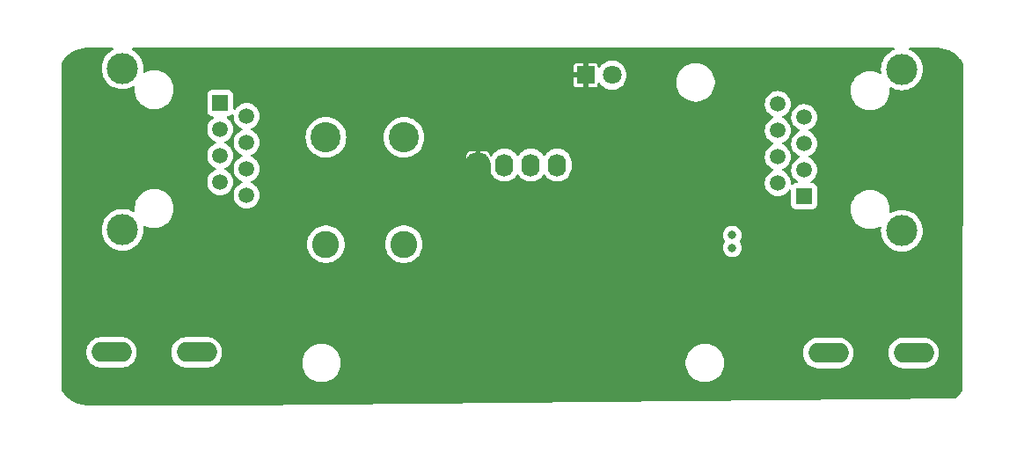
<source format=gbl>
G04 #@! TF.GenerationSoftware,KiCad,Pcbnew,8.0.0*
G04 #@! TF.CreationDate,2024-12-06T13:06:33-06:00*
G04 #@! TF.ProjectId,led_segment,6c65645f-7365-4676-9d65-6e742e6b6963,rev?*
G04 #@! TF.SameCoordinates,Original*
G04 #@! TF.FileFunction,Copper,L4,Bot*
G04 #@! TF.FilePolarity,Positive*
%FSLAX46Y46*%
G04 Gerber Fmt 4.6, Leading zero omitted, Abs format (unit mm)*
G04 Created by KiCad (PCBNEW 8.0.0) date 2024-12-06 13:06:33*
%MOMM*%
%LPD*%
G01*
G04 APERTURE LIST*
G04 Aperture macros list*
%AMRoundRect*
0 Rectangle with rounded corners*
0 $1 Rounding radius*
0 $2 $3 $4 $5 $6 $7 $8 $9 X,Y pos of 4 corners*
0 Add a 4 corners polygon primitive as box body*
4,1,4,$2,$3,$4,$5,$6,$7,$8,$9,$2,$3,0*
0 Add four circle primitives for the rounded corners*
1,1,$1+$1,$2,$3*
1,1,$1+$1,$4,$5*
1,1,$1+$1,$6,$7*
1,1,$1+$1,$8,$9*
0 Add four rect primitives between the rounded corners*
20,1,$1+$1,$2,$3,$4,$5,0*
20,1,$1+$1,$4,$5,$6,$7,0*
20,1,$1+$1,$6,$7,$8,$9,0*
20,1,$1+$1,$8,$9,$2,$3,0*%
G04 Aperture macros list end*
G04 #@! TA.AperFunction,ComponentPad*
%ADD10R,1.800000X1.800000*%
G04 #@! TD*
G04 #@! TA.AperFunction,ComponentPad*
%ADD11C,1.800000*%
G04 #@! TD*
G04 #@! TA.AperFunction,ComponentPad*
%ADD12C,2.600000*%
G04 #@! TD*
G04 #@! TA.AperFunction,ComponentPad*
%ADD13C,2.900000*%
G04 #@! TD*
G04 #@! TA.AperFunction,ComponentPad*
%ADD14O,3.860800X1.930400*%
G04 #@! TD*
G04 #@! TA.AperFunction,ComponentPad*
%ADD15R,1.500000X1.500000*%
G04 #@! TD*
G04 #@! TA.AperFunction,ComponentPad*
%ADD16C,1.500000*%
G04 #@! TD*
G04 #@! TA.AperFunction,ComponentPad*
%ADD17C,3.000000*%
G04 #@! TD*
G04 #@! TA.AperFunction,ComponentPad*
%ADD18RoundRect,0.250000X-0.620000X-0.845000X0.620000X-0.845000X0.620000X0.845000X-0.620000X0.845000X0*%
G04 #@! TD*
G04 #@! TA.AperFunction,ComponentPad*
%ADD19O,1.740000X2.190000*%
G04 #@! TD*
G04 #@! TA.AperFunction,ViaPad*
%ADD20C,0.800000*%
G04 #@! TD*
G04 #@! TA.AperFunction,Conductor*
%ADD21C,0.200000*%
G04 #@! TD*
G04 #@! TA.AperFunction,Conductor*
%ADD22C,7.125000*%
G04 #@! TD*
G04 #@! TA.AperFunction,Conductor*
%ADD23C,2.500000*%
G04 #@! TD*
G04 APERTURE END LIST*
D10*
X193525000Y-122600000D03*
D11*
X196065000Y-122600000D03*
D12*
X176024000Y-138881000D03*
D13*
X176024000Y-128581000D03*
D12*
X168524000Y-138881000D03*
D13*
X168524000Y-128581000D03*
D14*
X156090000Y-149276000D03*
X147890000Y-149276000D03*
X156090000Y-144276000D03*
X147890000Y-144276000D03*
D15*
X214550000Y-134260000D03*
D16*
X212010000Y-132990000D03*
X214550000Y-131720000D03*
X212010000Y-130450000D03*
X214550000Y-129180000D03*
X212010000Y-127910000D03*
X214550000Y-126640000D03*
X212010000Y-125370000D03*
D17*
X223950000Y-137585000D03*
X223950000Y-122045000D03*
D14*
X216882000Y-144349984D03*
X225082000Y-144349984D03*
X216882000Y-149349984D03*
X225082000Y-149349984D03*
D15*
X158350000Y-125270000D03*
D16*
X160890000Y-126540000D03*
X158350000Y-127810000D03*
X160890000Y-129080000D03*
X158350000Y-130350000D03*
X160890000Y-131620000D03*
X158350000Y-132890000D03*
X160890000Y-134160000D03*
D17*
X148950000Y-121945000D03*
X148950000Y-137485000D03*
D18*
X183170000Y-131250000D03*
D19*
X185710000Y-131250000D03*
X188250000Y-131250000D03*
X190790000Y-131250000D03*
D20*
X203975000Y-135625000D03*
X207625000Y-139225000D03*
X207625000Y-138000000D03*
D21*
X212010000Y-127910000D02*
X211600000Y-127500000D01*
D22*
X147890000Y-144276000D02*
X156090000Y-144276000D01*
X216808016Y-144276000D02*
X216882000Y-144349984D01*
X156090000Y-144276000D02*
X177300000Y-144276000D01*
D23*
X183170000Y-131250000D02*
X183170000Y-138406000D01*
D22*
X177300000Y-144276000D02*
X216808016Y-144276000D01*
D23*
X183170000Y-138406000D02*
X177300000Y-144276000D01*
D22*
X216882000Y-144349984D02*
X225082000Y-144349984D01*
G04 #@! TA.AperFunction,Conductor*
G36*
X148005047Y-119972685D02*
G01*
X148050802Y-120025489D01*
X148060746Y-120094647D01*
X148031721Y-120158203D01*
X147997435Y-120185832D01*
X147865690Y-120257770D01*
X147865682Y-120257775D01*
X147636612Y-120429254D01*
X147636594Y-120429270D01*
X147434270Y-120631594D01*
X147434254Y-120631612D01*
X147262775Y-120860682D01*
X147262770Y-120860690D01*
X147125635Y-121111833D01*
X147025628Y-121379962D01*
X146964804Y-121659566D01*
X146944390Y-121944998D01*
X146944390Y-121945001D01*
X146964804Y-122230433D01*
X147025628Y-122510037D01*
X147025630Y-122510043D01*
X147025631Y-122510046D01*
X147097933Y-122703895D01*
X147125635Y-122778166D01*
X147262770Y-123029309D01*
X147262775Y-123029317D01*
X147434254Y-123258387D01*
X147434270Y-123258405D01*
X147636594Y-123460729D01*
X147636612Y-123460745D01*
X147865682Y-123632224D01*
X147865690Y-123632229D01*
X148116833Y-123769364D01*
X148116832Y-123769364D01*
X148116836Y-123769365D01*
X148116839Y-123769367D01*
X148384954Y-123869369D01*
X148384960Y-123869370D01*
X148384962Y-123869371D01*
X148664566Y-123930195D01*
X148664568Y-123930195D01*
X148664572Y-123930196D01*
X148918220Y-123948337D01*
X148949999Y-123950610D01*
X148950000Y-123950610D01*
X148950001Y-123950610D01*
X148978595Y-123948564D01*
X149235428Y-123930196D01*
X149364143Y-123902196D01*
X149515037Y-123869371D01*
X149515037Y-123869370D01*
X149515046Y-123869369D01*
X149783161Y-123769367D01*
X149951993Y-123677177D01*
X150020263Y-123662326D01*
X150085728Y-123686742D01*
X150127599Y-123742676D01*
X150134357Y-123802194D01*
X150124501Y-123877060D01*
X150124500Y-123877079D01*
X150124500Y-124122934D01*
X150144873Y-124277671D01*
X150156591Y-124366677D01*
X150220222Y-124604152D01*
X150220225Y-124604162D01*
X150277470Y-124742362D01*
X150314306Y-124831292D01*
X150437233Y-125044208D01*
X150437235Y-125044211D01*
X150437236Y-125044212D01*
X150586897Y-125239254D01*
X150586903Y-125239261D01*
X150760738Y-125413096D01*
X150760744Y-125413101D01*
X150955792Y-125562767D01*
X151168708Y-125685694D01*
X151395847Y-125779778D01*
X151633323Y-125843409D01*
X151877073Y-125875500D01*
X151877080Y-125875500D01*
X152122920Y-125875500D01*
X152122927Y-125875500D01*
X152366677Y-125843409D01*
X152604153Y-125779778D01*
X152831292Y-125685694D01*
X153044208Y-125562767D01*
X153239256Y-125413101D01*
X153413101Y-125239256D01*
X153562767Y-125044208D01*
X153685694Y-124831292D01*
X153779778Y-124604153D01*
X153843409Y-124366677D01*
X153875500Y-124122927D01*
X153875500Y-123877073D01*
X153843409Y-123633323D01*
X153814284Y-123524628D01*
X192375000Y-123524628D01*
X192389503Y-123597540D01*
X192389505Y-123597544D01*
X192444760Y-123680239D01*
X192527455Y-123735494D01*
X192527459Y-123735496D01*
X192600371Y-123749999D01*
X192600374Y-123750000D01*
X193275000Y-123750000D01*
X193275000Y-122975277D01*
X193351306Y-123019333D01*
X193465756Y-123050000D01*
X193584244Y-123050000D01*
X193698694Y-123019333D01*
X193775000Y-122975277D01*
X193775000Y-123750000D01*
X194449626Y-123750000D01*
X194449628Y-123749999D01*
X194522540Y-123735496D01*
X194522544Y-123735494D01*
X194605239Y-123680239D01*
X194660494Y-123597544D01*
X194660496Y-123597540D01*
X194674999Y-123524628D01*
X194675000Y-123524626D01*
X194675000Y-123449527D01*
X194694685Y-123382488D01*
X194747489Y-123336733D01*
X194816647Y-123326789D01*
X194880203Y-123355814D01*
X194902809Y-123381706D01*
X194956016Y-123463147D01*
X194956019Y-123463151D01*
X194956021Y-123463153D01*
X195113216Y-123633913D01*
X195113219Y-123633915D01*
X195113222Y-123633918D01*
X195296365Y-123776464D01*
X195296371Y-123776468D01*
X195296374Y-123776470D01*
X195500497Y-123886936D01*
X195614487Y-123926068D01*
X195720015Y-123962297D01*
X195720017Y-123962297D01*
X195720019Y-123962298D01*
X195948951Y-124000500D01*
X195948952Y-124000500D01*
X196181048Y-124000500D01*
X196181049Y-124000500D01*
X196409981Y-123962298D01*
X196629503Y-123886936D01*
X196833626Y-123776470D01*
X196889062Y-123733323D01*
X196961197Y-123677178D01*
X197016784Y-123633913D01*
X197173979Y-123463153D01*
X197201331Y-123421288D01*
X202249500Y-123421288D01*
X202281161Y-123661785D01*
X202343947Y-123896104D01*
X202436773Y-124120205D01*
X202436777Y-124120214D01*
X202444617Y-124133793D01*
X202558064Y-124330289D01*
X202558066Y-124330292D01*
X202558067Y-124330293D01*
X202705733Y-124522736D01*
X202705739Y-124522743D01*
X202877256Y-124694260D01*
X202877262Y-124694265D01*
X203069711Y-124841936D01*
X203279788Y-124963224D01*
X203503900Y-125056054D01*
X203738211Y-125118838D01*
X203918586Y-125142584D01*
X203978711Y-125150500D01*
X203978712Y-125150500D01*
X204221289Y-125150500D01*
X204269388Y-125144167D01*
X204461789Y-125118838D01*
X204696100Y-125056054D01*
X204920212Y-124963224D01*
X205130289Y-124841936D01*
X205322738Y-124694265D01*
X205494265Y-124522738D01*
X205641936Y-124330289D01*
X205763224Y-124120212D01*
X205856054Y-123896100D01*
X205918838Y-123661789D01*
X205950500Y-123421288D01*
X205950500Y-123178712D01*
X205918838Y-122938211D01*
X205856054Y-122703900D01*
X205763224Y-122479788D01*
X205641936Y-122269711D01*
X205494265Y-122077262D01*
X205494260Y-122077256D01*
X205322743Y-121905739D01*
X205322736Y-121905733D01*
X205130293Y-121758067D01*
X205130292Y-121758066D01*
X205130289Y-121758064D01*
X204920212Y-121636776D01*
X204920205Y-121636773D01*
X204696104Y-121543947D01*
X204461785Y-121481161D01*
X204221289Y-121449500D01*
X204221288Y-121449500D01*
X203978712Y-121449500D01*
X203978711Y-121449500D01*
X203738214Y-121481161D01*
X203503895Y-121543947D01*
X203279794Y-121636773D01*
X203279785Y-121636777D01*
X203069706Y-121758067D01*
X202877263Y-121905733D01*
X202877256Y-121905739D01*
X202705739Y-122077256D01*
X202705733Y-122077263D01*
X202558067Y-122269706D01*
X202436777Y-122479785D01*
X202436773Y-122479794D01*
X202343947Y-122703895D01*
X202281161Y-122938214D01*
X202249500Y-123178711D01*
X202249500Y-123421288D01*
X197201331Y-123421288D01*
X197300924Y-123268849D01*
X197394157Y-123056300D01*
X197451134Y-122831305D01*
X197456981Y-122760744D01*
X197470300Y-122600006D01*
X197470300Y-122599993D01*
X197451135Y-122368702D01*
X197451133Y-122368691D01*
X197394157Y-122143699D01*
X197300924Y-121931151D01*
X197173983Y-121736852D01*
X197173980Y-121736849D01*
X197173979Y-121736847D01*
X197016784Y-121566087D01*
X197016779Y-121566083D01*
X197016777Y-121566081D01*
X196833634Y-121423535D01*
X196833628Y-121423531D01*
X196629504Y-121313064D01*
X196629495Y-121313061D01*
X196409984Y-121237702D01*
X196238282Y-121209050D01*
X196181049Y-121199500D01*
X195948951Y-121199500D01*
X195903164Y-121207140D01*
X195720015Y-121237702D01*
X195500504Y-121313061D01*
X195500495Y-121313064D01*
X195296371Y-121423531D01*
X195296365Y-121423535D01*
X195113222Y-121566081D01*
X195113219Y-121566084D01*
X195113216Y-121566086D01*
X195113216Y-121566087D01*
X195012614Y-121675371D01*
X194956015Y-121736854D01*
X194902808Y-121818294D01*
X194849662Y-121863650D01*
X194780431Y-121873074D01*
X194717095Y-121843572D01*
X194679764Y-121784511D01*
X194675000Y-121750472D01*
X194675000Y-121675373D01*
X194674999Y-121675371D01*
X194660496Y-121602459D01*
X194660494Y-121602455D01*
X194605239Y-121519760D01*
X194522544Y-121464505D01*
X194522540Y-121464503D01*
X194449627Y-121450000D01*
X193775000Y-121450000D01*
X193775000Y-122224722D01*
X193698694Y-122180667D01*
X193584244Y-122150000D01*
X193465756Y-122150000D01*
X193351306Y-122180667D01*
X193275000Y-122224722D01*
X193275000Y-121450000D01*
X192600373Y-121450000D01*
X192527459Y-121464503D01*
X192527455Y-121464505D01*
X192444760Y-121519760D01*
X192389505Y-121602455D01*
X192389503Y-121602459D01*
X192375000Y-121675371D01*
X192375000Y-122350000D01*
X193149722Y-122350000D01*
X193105667Y-122426306D01*
X193075000Y-122540756D01*
X193075000Y-122659244D01*
X193105667Y-122773694D01*
X193149722Y-122850000D01*
X192375000Y-122850000D01*
X192375000Y-123524628D01*
X153814284Y-123524628D01*
X153779778Y-123395847D01*
X153685694Y-123168708D01*
X153562767Y-122955792D01*
X153467238Y-122831297D01*
X153413102Y-122760745D01*
X153413096Y-122760738D01*
X153239261Y-122586903D01*
X153239254Y-122586897D01*
X153044212Y-122437236D01*
X153044211Y-122437235D01*
X153044208Y-122437233D01*
X152859216Y-122330428D01*
X152831294Y-122314307D01*
X152831285Y-122314303D01*
X152604162Y-122220225D01*
X152604155Y-122220223D01*
X152604153Y-122220222D01*
X152366677Y-122156591D01*
X152325939Y-122151227D01*
X152122934Y-122124500D01*
X152122927Y-122124500D01*
X151877073Y-122124500D01*
X151877065Y-122124500D01*
X151645059Y-122155045D01*
X151633323Y-122156591D01*
X151395847Y-122220222D01*
X151395837Y-122220225D01*
X151168714Y-122314303D01*
X151168709Y-122314305D01*
X151121232Y-122341716D01*
X151053332Y-122358187D01*
X150987305Y-122335335D01*
X150944115Y-122280413D01*
X150935549Y-122225485D01*
X150955610Y-121945000D01*
X150935196Y-121659572D01*
X150930237Y-121636777D01*
X150874371Y-121379962D01*
X150874370Y-121379960D01*
X150874369Y-121379954D01*
X150774367Y-121111839D01*
X150748956Y-121065303D01*
X150637229Y-120860690D01*
X150637224Y-120860682D01*
X150465745Y-120631612D01*
X150465729Y-120631594D01*
X150263405Y-120429270D01*
X150263387Y-120429254D01*
X150034317Y-120257775D01*
X150034309Y-120257770D01*
X149902565Y-120185832D01*
X149853160Y-120136427D01*
X149838308Y-120068154D01*
X149862725Y-120002689D01*
X149918659Y-119960818D01*
X149961992Y-119953000D01*
X223147105Y-119953000D01*
X223214144Y-119972685D01*
X223259899Y-120025489D01*
X223269843Y-120094647D01*
X223240818Y-120158203D01*
X223190440Y-120193181D01*
X223158093Y-120205246D01*
X223116833Y-120220635D01*
X222865690Y-120357770D01*
X222865682Y-120357775D01*
X222636612Y-120529254D01*
X222636594Y-120529270D01*
X222434270Y-120731594D01*
X222434254Y-120731612D01*
X222262775Y-120960682D01*
X222262770Y-120960690D01*
X222125635Y-121211833D01*
X222025628Y-121479962D01*
X221964804Y-121759566D01*
X221944390Y-122044998D01*
X221944390Y-122045001D01*
X221964450Y-122325482D01*
X221949598Y-122393755D01*
X221900193Y-122443160D01*
X221831920Y-122458012D01*
X221778766Y-122441715D01*
X221731295Y-122414307D01*
X221731285Y-122414303D01*
X221504162Y-122320225D01*
X221504155Y-122320223D01*
X221504153Y-122320222D01*
X221266677Y-122256591D01*
X221225939Y-122251227D01*
X221022934Y-122224500D01*
X221022927Y-122224500D01*
X220777073Y-122224500D01*
X220777065Y-122224500D01*
X220545059Y-122255045D01*
X220533323Y-122256591D01*
X220317937Y-122314303D01*
X220295847Y-122320222D01*
X220295837Y-122320225D01*
X220068714Y-122414303D01*
X220068705Y-122414307D01*
X219855787Y-122537236D01*
X219660745Y-122686897D01*
X219660738Y-122686903D01*
X219486903Y-122860738D01*
X219486897Y-122860745D01*
X219337236Y-123055787D01*
X219214307Y-123268705D01*
X219214303Y-123268714D01*
X219120225Y-123495837D01*
X219120222Y-123495847D01*
X219056886Y-123732224D01*
X219056592Y-123733320D01*
X219056590Y-123733331D01*
X219024500Y-123977065D01*
X219024500Y-124222934D01*
X219051227Y-124425939D01*
X219056591Y-124466677D01*
X219093430Y-124604162D01*
X219120222Y-124704152D01*
X219120225Y-124704162D01*
X219214303Y-124931285D01*
X219214306Y-124931292D01*
X219337233Y-125144208D01*
X219337235Y-125144211D01*
X219337236Y-125144212D01*
X219486897Y-125339254D01*
X219486903Y-125339261D01*
X219660738Y-125513096D01*
X219660745Y-125513102D01*
X219725470Y-125562767D01*
X219855792Y-125662767D01*
X220068708Y-125785694D01*
X220244384Y-125858461D01*
X220285516Y-125875499D01*
X220295847Y-125879778D01*
X220533323Y-125943409D01*
X220777073Y-125975500D01*
X220777080Y-125975500D01*
X221022920Y-125975500D01*
X221022927Y-125975500D01*
X221266677Y-125943409D01*
X221504153Y-125879778D01*
X221731292Y-125785694D01*
X221944208Y-125662767D01*
X222139256Y-125513101D01*
X222313101Y-125339256D01*
X222462767Y-125144208D01*
X222585694Y-124931292D01*
X222679778Y-124704153D01*
X222743409Y-124466677D01*
X222775500Y-124222927D01*
X222775500Y-123977073D01*
X222765642Y-123902195D01*
X222776407Y-123833160D01*
X222822787Y-123780904D01*
X222890056Y-123762019D01*
X222948008Y-123777178D01*
X223116833Y-123869364D01*
X223116832Y-123869364D01*
X223116836Y-123869365D01*
X223116839Y-123869367D01*
X223384954Y-123969369D01*
X223384960Y-123969370D01*
X223384962Y-123969371D01*
X223664566Y-124030195D01*
X223664568Y-124030195D01*
X223664572Y-124030196D01*
X223918220Y-124048337D01*
X223949999Y-124050610D01*
X223950000Y-124050610D01*
X223950001Y-124050610D01*
X223978595Y-124048564D01*
X224235428Y-124030196D01*
X224284593Y-124019501D01*
X224515037Y-123969371D01*
X224515037Y-123969370D01*
X224515046Y-123969369D01*
X224783161Y-123869367D01*
X225034315Y-123732226D01*
X225263395Y-123560739D01*
X225465739Y-123358395D01*
X225637226Y-123129315D01*
X225774367Y-122878161D01*
X225874369Y-122610046D01*
X225890208Y-122537236D01*
X225935195Y-122330433D01*
X225935195Y-122330432D01*
X225935196Y-122330428D01*
X225955610Y-122045000D01*
X225935196Y-121759572D01*
X225933216Y-121750472D01*
X225874371Y-121479962D01*
X225874370Y-121479960D01*
X225874369Y-121479954D01*
X225774367Y-121211839D01*
X225767629Y-121199500D01*
X225637229Y-120960690D01*
X225637224Y-120960682D01*
X225465745Y-120731612D01*
X225465729Y-120731594D01*
X225263405Y-120529270D01*
X225263387Y-120529254D01*
X225034317Y-120357775D01*
X225034309Y-120357770D01*
X224783166Y-120220635D01*
X224783167Y-120220635D01*
X224741907Y-120205246D01*
X224709559Y-120193181D01*
X224653628Y-120151310D01*
X224629211Y-120085846D01*
X224644063Y-120017573D01*
X224693468Y-119968168D01*
X224752895Y-119953000D01*
X227264055Y-119953000D01*
X227265926Y-119953014D01*
X227269468Y-119953067D01*
X227434983Y-119955566D01*
X227448023Y-119956453D01*
X227784568Y-119997316D01*
X227799274Y-120000011D01*
X228127525Y-120080918D01*
X228141814Y-120085371D01*
X228457899Y-120205246D01*
X228471543Y-120211386D01*
X228770887Y-120368494D01*
X228783701Y-120376241D01*
X229061906Y-120568273D01*
X229073694Y-120577507D01*
X229326737Y-120801683D01*
X229337316Y-120812262D01*
X229468804Y-120960682D01*
X229561492Y-121065306D01*
X229570726Y-121077093D01*
X229762760Y-121355301D01*
X229770507Y-121368116D01*
X229838421Y-121497516D01*
X229852624Y-121555324D01*
X229806332Y-152856244D01*
X229792129Y-152913685D01*
X229770509Y-152954880D01*
X229762762Y-152967696D01*
X229570726Y-153245906D01*
X229561492Y-153257693D01*
X229337321Y-153510732D01*
X229326732Y-153521321D01*
X229087328Y-153733413D01*
X229024095Y-153763134D01*
X229006190Y-153764592D01*
X160091304Y-154369995D01*
X160090215Y-154370000D01*
X145604945Y-154370000D01*
X145603073Y-154369986D01*
X145434032Y-154367434D01*
X145420958Y-154366544D01*
X145084441Y-154325684D01*
X145069711Y-154322985D01*
X144741479Y-154242082D01*
X144727184Y-154237627D01*
X144411106Y-154117755D01*
X144397451Y-154111610D01*
X144098112Y-153954505D01*
X144085298Y-153946758D01*
X143807093Y-153754726D01*
X143795306Y-153745492D01*
X143710644Y-153670489D01*
X143542262Y-153521316D01*
X143531683Y-153510737D01*
X143307507Y-153257693D01*
X143298273Y-153245906D01*
X143106237Y-152967695D01*
X143098491Y-152954881D01*
X143080599Y-152920791D01*
X143066395Y-152862986D01*
X143067426Y-152150500D01*
X143071417Y-149391352D01*
X145459100Y-149391352D01*
X145495190Y-149619219D01*
X145537120Y-149748264D01*
X145566483Y-149838633D01*
X145671221Y-150044194D01*
X145806827Y-150230839D01*
X145969961Y-150393973D01*
X146156606Y-150529579D01*
X146362167Y-150634317D01*
X146539650Y-150691984D01*
X146581580Y-150705609D01*
X146695514Y-150723654D01*
X146809447Y-150741700D01*
X146809448Y-150741700D01*
X148970552Y-150741700D01*
X148970553Y-150741700D01*
X149198419Y-150705609D01*
X149417833Y-150634317D01*
X149623394Y-150529579D01*
X149810039Y-150393973D01*
X149973173Y-150230839D01*
X150108779Y-150044194D01*
X150213517Y-149838633D01*
X150284809Y-149619219D01*
X150320900Y-149391353D01*
X150320900Y-149391352D01*
X153659100Y-149391352D01*
X153695190Y-149619219D01*
X153737120Y-149748264D01*
X153766483Y-149838633D01*
X153871221Y-150044194D01*
X154006827Y-150230839D01*
X154169961Y-150393973D01*
X154356606Y-150529579D01*
X154562167Y-150634317D01*
X154739650Y-150691984D01*
X154781580Y-150705609D01*
X154895514Y-150723654D01*
X155009447Y-150741700D01*
X155009448Y-150741700D01*
X157170552Y-150741700D01*
X157170553Y-150741700D01*
X157398419Y-150705609D01*
X157617833Y-150634317D01*
X157823394Y-150529579D01*
X157972443Y-150421288D01*
X166249500Y-150421288D01*
X166281161Y-150661785D01*
X166343947Y-150896104D01*
X166436773Y-151120205D01*
X166436776Y-151120212D01*
X166558064Y-151330289D01*
X166558066Y-151330292D01*
X166558067Y-151330293D01*
X166705733Y-151522736D01*
X166705739Y-151522743D01*
X166877256Y-151694260D01*
X166877262Y-151694265D01*
X167069711Y-151841936D01*
X167279788Y-151963224D01*
X167503900Y-152056054D01*
X167738211Y-152118838D01*
X167918586Y-152142584D01*
X167978711Y-152150500D01*
X167978712Y-152150500D01*
X168221289Y-152150500D01*
X168269388Y-152144167D01*
X168461789Y-152118838D01*
X168696100Y-152056054D01*
X168920212Y-151963224D01*
X169130289Y-151841936D01*
X169322738Y-151694265D01*
X169494265Y-151522738D01*
X169641936Y-151330289D01*
X169763224Y-151120212D01*
X169856054Y-150896100D01*
X169918838Y-150661789D01*
X169950500Y-150421288D01*
X203149500Y-150421288D01*
X203181161Y-150661785D01*
X203243947Y-150896104D01*
X203336773Y-151120205D01*
X203336776Y-151120212D01*
X203458064Y-151330289D01*
X203458066Y-151330292D01*
X203458067Y-151330293D01*
X203605733Y-151522736D01*
X203605739Y-151522743D01*
X203777256Y-151694260D01*
X203777262Y-151694265D01*
X203969711Y-151841936D01*
X204179788Y-151963224D01*
X204403900Y-152056054D01*
X204638211Y-152118838D01*
X204818586Y-152142584D01*
X204878711Y-152150500D01*
X204878712Y-152150500D01*
X205121289Y-152150500D01*
X205169388Y-152144167D01*
X205361789Y-152118838D01*
X205596100Y-152056054D01*
X205820212Y-151963224D01*
X206030289Y-151841936D01*
X206222738Y-151694265D01*
X206394265Y-151522738D01*
X206541936Y-151330289D01*
X206663224Y-151120212D01*
X206756054Y-150896100D01*
X206818838Y-150661789D01*
X206850500Y-150421288D01*
X206850500Y-150178712D01*
X206818838Y-149938211D01*
X206756054Y-149703900D01*
X206663224Y-149479788D01*
X206654880Y-149465336D01*
X214451100Y-149465336D01*
X214487190Y-149693203D01*
X214529120Y-149822248D01*
X214558483Y-149912617D01*
X214663221Y-150118178D01*
X214798827Y-150304823D01*
X214961961Y-150467957D01*
X215148606Y-150603563D01*
X215354167Y-150708301D01*
X215531650Y-150765968D01*
X215573580Y-150779593D01*
X215687514Y-150797638D01*
X215801447Y-150815684D01*
X215801448Y-150815684D01*
X217962552Y-150815684D01*
X217962553Y-150815684D01*
X218190419Y-150779593D01*
X218409833Y-150708301D01*
X218615394Y-150603563D01*
X218802039Y-150467957D01*
X218965173Y-150304823D01*
X219100779Y-150118178D01*
X219205517Y-149912617D01*
X219276809Y-149693203D01*
X219312900Y-149465337D01*
X219312900Y-149465336D01*
X222651100Y-149465336D01*
X222687190Y-149693203D01*
X222729120Y-149822248D01*
X222758483Y-149912617D01*
X222863221Y-150118178D01*
X222998827Y-150304823D01*
X223161961Y-150467957D01*
X223348606Y-150603563D01*
X223554167Y-150708301D01*
X223731650Y-150765968D01*
X223773580Y-150779593D01*
X223887514Y-150797638D01*
X224001447Y-150815684D01*
X224001448Y-150815684D01*
X226162552Y-150815684D01*
X226162553Y-150815684D01*
X226390419Y-150779593D01*
X226609833Y-150708301D01*
X226815394Y-150603563D01*
X227002039Y-150467957D01*
X227165173Y-150304823D01*
X227300779Y-150118178D01*
X227405517Y-149912617D01*
X227476809Y-149693203D01*
X227512900Y-149465337D01*
X227512900Y-149234631D01*
X227476809Y-149006765D01*
X227405517Y-148787351D01*
X227300779Y-148581790D01*
X227165173Y-148395145D01*
X227002039Y-148232011D01*
X226815394Y-148096405D01*
X226609833Y-147991667D01*
X226519464Y-147962304D01*
X226390419Y-147920374D01*
X226193708Y-147889218D01*
X226162553Y-147884284D01*
X224001447Y-147884284D01*
X223974039Y-147888625D01*
X223773580Y-147920374D01*
X223602605Y-147975928D01*
X223554167Y-147991667D01*
X223554164Y-147991668D01*
X223554162Y-147991669D01*
X223348605Y-148096405D01*
X223263791Y-148158027D01*
X223161961Y-148232011D01*
X223161959Y-148232013D01*
X223161958Y-148232013D01*
X222998829Y-148395142D01*
X222998829Y-148395143D01*
X222998827Y-148395145D01*
X222959336Y-148449500D01*
X222863221Y-148581789D01*
X222758485Y-148787346D01*
X222687190Y-149006764D01*
X222651100Y-149234631D01*
X222651100Y-149465336D01*
X219312900Y-149465336D01*
X219312900Y-149234631D01*
X219276809Y-149006765D01*
X219205517Y-148787351D01*
X219100779Y-148581790D01*
X218965173Y-148395145D01*
X218802039Y-148232011D01*
X218615394Y-148096405D01*
X218409833Y-147991667D01*
X218319464Y-147962304D01*
X218190419Y-147920374D01*
X217993708Y-147889218D01*
X217962553Y-147884284D01*
X215801447Y-147884284D01*
X215774039Y-147888625D01*
X215573580Y-147920374D01*
X215402605Y-147975928D01*
X215354167Y-147991667D01*
X215354164Y-147991668D01*
X215354162Y-147991669D01*
X215148605Y-148096405D01*
X215063791Y-148158027D01*
X214961961Y-148232011D01*
X214961959Y-148232013D01*
X214961958Y-148232013D01*
X214798829Y-148395142D01*
X214798829Y-148395143D01*
X214798827Y-148395145D01*
X214759336Y-148449500D01*
X214663221Y-148581789D01*
X214558485Y-148787346D01*
X214487190Y-149006764D01*
X214451100Y-149234631D01*
X214451100Y-149465336D01*
X206654880Y-149465336D01*
X206541936Y-149269711D01*
X206394265Y-149077262D01*
X206394260Y-149077256D01*
X206222743Y-148905739D01*
X206222736Y-148905733D01*
X206030293Y-148758067D01*
X206030292Y-148758066D01*
X206030289Y-148758064D01*
X205820212Y-148636776D01*
X205820205Y-148636773D01*
X205596104Y-148543947D01*
X205361785Y-148481161D01*
X205121289Y-148449500D01*
X205121288Y-148449500D01*
X204878712Y-148449500D01*
X204878711Y-148449500D01*
X204638214Y-148481161D01*
X204403895Y-148543947D01*
X204179794Y-148636773D01*
X204179785Y-148636777D01*
X203969706Y-148758067D01*
X203777263Y-148905733D01*
X203777256Y-148905739D01*
X203605739Y-149077256D01*
X203605733Y-149077263D01*
X203458067Y-149269706D01*
X203336777Y-149479785D01*
X203336773Y-149479794D01*
X203243947Y-149703895D01*
X203181161Y-149938214D01*
X203149500Y-150178711D01*
X203149500Y-150421288D01*
X169950500Y-150421288D01*
X169950500Y-150178712D01*
X169918838Y-149938211D01*
X169856054Y-149703900D01*
X169763224Y-149479788D01*
X169641936Y-149269711D01*
X169494265Y-149077262D01*
X169494260Y-149077256D01*
X169322743Y-148905739D01*
X169322736Y-148905733D01*
X169130293Y-148758067D01*
X169130292Y-148758066D01*
X169130289Y-148758064D01*
X168920212Y-148636776D01*
X168920205Y-148636773D01*
X168696104Y-148543947D01*
X168461785Y-148481161D01*
X168221289Y-148449500D01*
X168221288Y-148449500D01*
X167978712Y-148449500D01*
X167978711Y-148449500D01*
X167738214Y-148481161D01*
X167503895Y-148543947D01*
X167279794Y-148636773D01*
X167279785Y-148636777D01*
X167069706Y-148758067D01*
X166877263Y-148905733D01*
X166877256Y-148905739D01*
X166705739Y-149077256D01*
X166705733Y-149077263D01*
X166558067Y-149269706D01*
X166436777Y-149479785D01*
X166436773Y-149479794D01*
X166343947Y-149703895D01*
X166281161Y-149938214D01*
X166249500Y-150178711D01*
X166249500Y-150421288D01*
X157972443Y-150421288D01*
X158010039Y-150393973D01*
X158173173Y-150230839D01*
X158308779Y-150044194D01*
X158413517Y-149838633D01*
X158484809Y-149619219D01*
X158520900Y-149391353D01*
X158520900Y-149160647D01*
X158484809Y-148932781D01*
X158413517Y-148713367D01*
X158308779Y-148507806D01*
X158173173Y-148321161D01*
X158010039Y-148158027D01*
X157823394Y-148022421D01*
X157617837Y-147917685D01*
X157617836Y-147917684D01*
X157617833Y-147917683D01*
X157515042Y-147884284D01*
X157398419Y-147846390D01*
X157201708Y-147815234D01*
X157170553Y-147810300D01*
X155009447Y-147810300D01*
X154982039Y-147814641D01*
X154781580Y-147846390D01*
X154610605Y-147901944D01*
X154562167Y-147917683D01*
X154562164Y-147917684D01*
X154562162Y-147917685D01*
X154356605Y-148022421D01*
X154254776Y-148096405D01*
X154169961Y-148158027D01*
X154169959Y-148158029D01*
X154169958Y-148158029D01*
X154006829Y-148321158D01*
X154006829Y-148321159D01*
X154006827Y-148321161D01*
X153953076Y-148395143D01*
X153871221Y-148507805D01*
X153766485Y-148713362D01*
X153695190Y-148932780D01*
X153659100Y-149160647D01*
X153659100Y-149391352D01*
X150320900Y-149391352D01*
X150320900Y-149160647D01*
X150284809Y-148932781D01*
X150213517Y-148713367D01*
X150108779Y-148507806D01*
X149973173Y-148321161D01*
X149810039Y-148158027D01*
X149623394Y-148022421D01*
X149417837Y-147917685D01*
X149417836Y-147917684D01*
X149417833Y-147917683D01*
X149315042Y-147884284D01*
X149198419Y-147846390D01*
X149001708Y-147815234D01*
X148970553Y-147810300D01*
X146809447Y-147810300D01*
X146782039Y-147814641D01*
X146581580Y-147846390D01*
X146410605Y-147901944D01*
X146362167Y-147917683D01*
X146362164Y-147917684D01*
X146362162Y-147917685D01*
X146156605Y-148022421D01*
X146054776Y-148096405D01*
X145969961Y-148158027D01*
X145969959Y-148158029D01*
X145969958Y-148158029D01*
X145806829Y-148321158D01*
X145806829Y-148321159D01*
X145806827Y-148321161D01*
X145753076Y-148395143D01*
X145671221Y-148507805D01*
X145566485Y-148713362D01*
X145495190Y-148932780D01*
X145459100Y-149160647D01*
X145459100Y-149391352D01*
X143071417Y-149391352D01*
X143078454Y-144526000D01*
X145734047Y-144526000D01*
X145739521Y-144560556D01*
X145798631Y-144742477D01*
X145885468Y-144912905D01*
X145885469Y-144912908D01*
X145997899Y-145067651D01*
X145997899Y-145067652D01*
X146133147Y-145202900D01*
X146287891Y-145315330D01*
X146287894Y-145315331D01*
X146458320Y-145402168D01*
X146640239Y-145461278D01*
X146829157Y-145491200D01*
X147640000Y-145491200D01*
X147640000Y-144876001D01*
X147700402Y-144901021D01*
X147825981Y-144926000D01*
X147954019Y-144926000D01*
X148079598Y-144901021D01*
X148140000Y-144876001D01*
X148140000Y-145491200D01*
X148950843Y-145491200D01*
X149139760Y-145461278D01*
X149321679Y-145402168D01*
X149492105Y-145315331D01*
X149492108Y-145315330D01*
X149646851Y-145202900D01*
X149646852Y-145202900D01*
X149782100Y-145067652D01*
X149782100Y-145067651D01*
X149894530Y-144912908D01*
X149894531Y-144912905D01*
X149981368Y-144742477D01*
X150040478Y-144560556D01*
X150045952Y-144526000D01*
X153934047Y-144526000D01*
X153939521Y-144560556D01*
X153998631Y-144742477D01*
X154085468Y-144912905D01*
X154085469Y-144912908D01*
X154197899Y-145067651D01*
X154197899Y-145067652D01*
X154333147Y-145202900D01*
X154487891Y-145315330D01*
X154487894Y-145315331D01*
X154658320Y-145402168D01*
X154840239Y-145461278D01*
X155029157Y-145491200D01*
X155840000Y-145491200D01*
X155840000Y-144876001D01*
X155900402Y-144901021D01*
X156025981Y-144926000D01*
X156154019Y-144926000D01*
X156279598Y-144901021D01*
X156340000Y-144876001D01*
X156340000Y-145491200D01*
X157150843Y-145491200D01*
X157339760Y-145461278D01*
X157521679Y-145402168D01*
X157692105Y-145315331D01*
X157692108Y-145315330D01*
X157846851Y-145202900D01*
X157846852Y-145202900D01*
X157982100Y-145067652D01*
X157982100Y-145067651D01*
X158094530Y-144912908D01*
X158094531Y-144912905D01*
X158181368Y-144742477D01*
X158227667Y-144599984D01*
X214726047Y-144599984D01*
X214731521Y-144634540D01*
X214790631Y-144816461D01*
X214877468Y-144986889D01*
X214877469Y-144986892D01*
X214989899Y-145141635D01*
X214989899Y-145141636D01*
X215125147Y-145276884D01*
X215279891Y-145389314D01*
X215279894Y-145389315D01*
X215450320Y-145476152D01*
X215632239Y-145535262D01*
X215821157Y-145565184D01*
X216632000Y-145565184D01*
X216632000Y-144949985D01*
X216692402Y-144975005D01*
X216817981Y-144999984D01*
X216946019Y-144999984D01*
X217071598Y-144975005D01*
X217132000Y-144949985D01*
X217132000Y-145565184D01*
X217942843Y-145565184D01*
X218131760Y-145535262D01*
X218313679Y-145476152D01*
X218484105Y-145389315D01*
X218484108Y-145389314D01*
X218638851Y-145276884D01*
X218638852Y-145276884D01*
X218774100Y-145141636D01*
X218774100Y-145141635D01*
X218886530Y-144986892D01*
X218886531Y-144986889D01*
X218973368Y-144816461D01*
X219032478Y-144634540D01*
X219037952Y-144599984D01*
X222926047Y-144599984D01*
X222931521Y-144634540D01*
X222990631Y-144816461D01*
X223077468Y-144986889D01*
X223077469Y-144986892D01*
X223189899Y-145141635D01*
X223189899Y-145141636D01*
X223325147Y-145276884D01*
X223479891Y-145389314D01*
X223479894Y-145389315D01*
X223650320Y-145476152D01*
X223832239Y-145535262D01*
X224021157Y-145565184D01*
X224832000Y-145565184D01*
X224832000Y-144949985D01*
X224892402Y-144975005D01*
X225017981Y-144999984D01*
X225146019Y-144999984D01*
X225271598Y-144975005D01*
X225332000Y-144949985D01*
X225332000Y-145565184D01*
X226142843Y-145565184D01*
X226331760Y-145535262D01*
X226513679Y-145476152D01*
X226684105Y-145389315D01*
X226684108Y-145389314D01*
X226838851Y-145276884D01*
X226838852Y-145276884D01*
X226974100Y-145141636D01*
X226974100Y-145141635D01*
X227086530Y-144986892D01*
X227086531Y-144986889D01*
X227173368Y-144816461D01*
X227232478Y-144634540D01*
X227237952Y-144599984D01*
X225682001Y-144599984D01*
X225707021Y-144539582D01*
X225732000Y-144414003D01*
X225732000Y-144285965D01*
X225707021Y-144160386D01*
X225682001Y-144099984D01*
X227237952Y-144099984D01*
X227237952Y-144099983D01*
X227232478Y-144065427D01*
X227173368Y-143883506D01*
X227086531Y-143713078D01*
X227086530Y-143713075D01*
X226974100Y-143558332D01*
X226974100Y-143558331D01*
X226838852Y-143423083D01*
X226684108Y-143310653D01*
X226684105Y-143310652D01*
X226513679Y-143223815D01*
X226331760Y-143164705D01*
X226142843Y-143134784D01*
X225332000Y-143134784D01*
X225332000Y-143749982D01*
X225271598Y-143724963D01*
X225146019Y-143699984D01*
X225017981Y-143699984D01*
X224892402Y-143724963D01*
X224832000Y-143749982D01*
X224832000Y-143134784D01*
X224021157Y-143134784D01*
X223832239Y-143164705D01*
X223650320Y-143223815D01*
X223479894Y-143310652D01*
X223479891Y-143310653D01*
X223325148Y-143423083D01*
X223325147Y-143423083D01*
X223189899Y-143558331D01*
X223189899Y-143558332D01*
X223077469Y-143713075D01*
X223077468Y-143713078D01*
X222990631Y-143883506D01*
X222931521Y-144065427D01*
X222926047Y-144099983D01*
X222926048Y-144099984D01*
X224481999Y-144099984D01*
X224456979Y-144160386D01*
X224432000Y-144285965D01*
X224432000Y-144414003D01*
X224456979Y-144539582D01*
X224481999Y-144599984D01*
X222926047Y-144599984D01*
X219037952Y-144599984D01*
X217482001Y-144599984D01*
X217507021Y-144539582D01*
X217532000Y-144414003D01*
X217532000Y-144285965D01*
X217507021Y-144160386D01*
X217482001Y-144099984D01*
X219037952Y-144099984D01*
X219037952Y-144099983D01*
X219032478Y-144065427D01*
X218973368Y-143883506D01*
X218886531Y-143713078D01*
X218886530Y-143713075D01*
X218774100Y-143558332D01*
X218774100Y-143558331D01*
X218638852Y-143423083D01*
X218484108Y-143310653D01*
X218484105Y-143310652D01*
X218313679Y-143223815D01*
X218131760Y-143164705D01*
X217942843Y-143134784D01*
X217132000Y-143134784D01*
X217132000Y-143749982D01*
X217071598Y-143724963D01*
X216946019Y-143699984D01*
X216817981Y-143699984D01*
X216692402Y-143724963D01*
X216632000Y-143749982D01*
X216632000Y-143134784D01*
X215821157Y-143134784D01*
X215632239Y-143164705D01*
X215450320Y-143223815D01*
X215279894Y-143310652D01*
X215279891Y-143310653D01*
X215125148Y-143423083D01*
X215125147Y-143423083D01*
X214989899Y-143558331D01*
X214989899Y-143558332D01*
X214877469Y-143713075D01*
X214877468Y-143713078D01*
X214790631Y-143883506D01*
X214731521Y-144065427D01*
X214726047Y-144099983D01*
X214726048Y-144099984D01*
X216281999Y-144099984D01*
X216256979Y-144160386D01*
X216232000Y-144285965D01*
X216232000Y-144414003D01*
X216256979Y-144539582D01*
X216281999Y-144599984D01*
X214726047Y-144599984D01*
X158227667Y-144599984D01*
X158240478Y-144560556D01*
X158245952Y-144526000D01*
X156690001Y-144526000D01*
X156715021Y-144465598D01*
X156740000Y-144340019D01*
X156740000Y-144211981D01*
X156715021Y-144086402D01*
X156690001Y-144026000D01*
X158245952Y-144026000D01*
X158245952Y-144025999D01*
X158240478Y-143991443D01*
X158181368Y-143809522D01*
X158094531Y-143639094D01*
X158094530Y-143639091D01*
X157982100Y-143484348D01*
X157982100Y-143484347D01*
X157846852Y-143349099D01*
X157692108Y-143236669D01*
X157692105Y-143236668D01*
X157521679Y-143149831D01*
X157339760Y-143090721D01*
X157150843Y-143060800D01*
X156340000Y-143060800D01*
X156340000Y-143675998D01*
X156279598Y-143650979D01*
X156154019Y-143626000D01*
X156025981Y-143626000D01*
X155900402Y-143650979D01*
X155840000Y-143675998D01*
X155840000Y-143060800D01*
X155029157Y-143060800D01*
X154840239Y-143090721D01*
X154658320Y-143149831D01*
X154487894Y-143236668D01*
X154487891Y-143236669D01*
X154333148Y-143349099D01*
X154333147Y-143349099D01*
X154197899Y-143484347D01*
X154197899Y-143484348D01*
X154085469Y-143639091D01*
X154085468Y-143639094D01*
X153998631Y-143809522D01*
X153939521Y-143991443D01*
X153934047Y-144025999D01*
X153934048Y-144026000D01*
X155489999Y-144026000D01*
X155464979Y-144086402D01*
X155440000Y-144211981D01*
X155440000Y-144340019D01*
X155464979Y-144465598D01*
X155489999Y-144526000D01*
X153934047Y-144526000D01*
X150045952Y-144526000D01*
X148490001Y-144526000D01*
X148515021Y-144465598D01*
X148540000Y-144340019D01*
X148540000Y-144211981D01*
X148515021Y-144086402D01*
X148490001Y-144026000D01*
X150045952Y-144026000D01*
X150045952Y-144025999D01*
X150040478Y-143991443D01*
X149981368Y-143809522D01*
X149894531Y-143639094D01*
X149894530Y-143639091D01*
X149782100Y-143484348D01*
X149782100Y-143484347D01*
X149646852Y-143349099D01*
X149492108Y-143236669D01*
X149492105Y-143236668D01*
X149321679Y-143149831D01*
X149139760Y-143090721D01*
X148950843Y-143060800D01*
X148140000Y-143060800D01*
X148140000Y-143675998D01*
X148079598Y-143650979D01*
X147954019Y-143626000D01*
X147825981Y-143626000D01*
X147700402Y-143650979D01*
X147640000Y-143675998D01*
X147640000Y-143060800D01*
X146829157Y-143060800D01*
X146640239Y-143090721D01*
X146458320Y-143149831D01*
X146287894Y-143236668D01*
X146287891Y-143236669D01*
X146133148Y-143349099D01*
X146133147Y-143349099D01*
X145997899Y-143484347D01*
X145997899Y-143484348D01*
X145885469Y-143639091D01*
X145885468Y-143639094D01*
X145798631Y-143809522D01*
X145739521Y-143991443D01*
X145734047Y-144025999D01*
X145734048Y-144026000D01*
X147289999Y-144026000D01*
X147264979Y-144086402D01*
X147240000Y-144211981D01*
X147240000Y-144340019D01*
X147264979Y-144465598D01*
X147289999Y-144526000D01*
X145734047Y-144526000D01*
X143078454Y-144526000D01*
X143088637Y-137485001D01*
X146944390Y-137485001D01*
X146964804Y-137770433D01*
X147025628Y-138050037D01*
X147025630Y-138050043D01*
X147025631Y-138050046D01*
X147043369Y-138097602D01*
X147125635Y-138318166D01*
X147262770Y-138569309D01*
X147262775Y-138569317D01*
X147434254Y-138798387D01*
X147434270Y-138798405D01*
X147636594Y-139000729D01*
X147636612Y-139000745D01*
X147865682Y-139172224D01*
X147865690Y-139172229D01*
X148116833Y-139309364D01*
X148116832Y-139309364D01*
X148116836Y-139309365D01*
X148116839Y-139309367D01*
X148384954Y-139409369D01*
X148384960Y-139409370D01*
X148384962Y-139409371D01*
X148664566Y-139470195D01*
X148664568Y-139470195D01*
X148664572Y-139470196D01*
X148918220Y-139488337D01*
X148949999Y-139490610D01*
X148950000Y-139490610D01*
X148950001Y-139490610D01*
X148978595Y-139488564D01*
X149235428Y-139470196D01*
X149515046Y-139409369D01*
X149783161Y-139309367D01*
X150034315Y-139172226D01*
X150263395Y-139000739D01*
X150383130Y-138881004D01*
X166718451Y-138881004D01*
X166738616Y-139150101D01*
X166798664Y-139413188D01*
X166798666Y-139413195D01*
X166869346Y-139593284D01*
X166897257Y-139664398D01*
X167032185Y-139898102D01*
X167120742Y-140009148D01*
X167200442Y-140109089D01*
X167387183Y-140282358D01*
X167398259Y-140292635D01*
X167621226Y-140444651D01*
X167864359Y-140561738D01*
X168122228Y-140641280D01*
X168122229Y-140641280D01*
X168122232Y-140641281D01*
X168389063Y-140681499D01*
X168389068Y-140681499D01*
X168389071Y-140681500D01*
X168389072Y-140681500D01*
X168658928Y-140681500D01*
X168658929Y-140681500D01*
X168658936Y-140681499D01*
X168925767Y-140641281D01*
X168925768Y-140641280D01*
X168925772Y-140641280D01*
X169183641Y-140561738D01*
X169426775Y-140444651D01*
X169649741Y-140292635D01*
X169847561Y-140109085D01*
X170015815Y-139898102D01*
X170150743Y-139664398D01*
X170249334Y-139413195D01*
X170309383Y-139150103D01*
X170328245Y-138898405D01*
X170329549Y-138881004D01*
X174218451Y-138881004D01*
X174238616Y-139150101D01*
X174298664Y-139413188D01*
X174298666Y-139413195D01*
X174369346Y-139593284D01*
X174397257Y-139664398D01*
X174532185Y-139898102D01*
X174620742Y-140009148D01*
X174700442Y-140109089D01*
X174887183Y-140282358D01*
X174898259Y-140292635D01*
X175121226Y-140444651D01*
X175364359Y-140561738D01*
X175622228Y-140641280D01*
X175622229Y-140641280D01*
X175622232Y-140641281D01*
X175889063Y-140681499D01*
X175889068Y-140681499D01*
X175889071Y-140681500D01*
X175889072Y-140681500D01*
X176158928Y-140681500D01*
X176158929Y-140681500D01*
X176158936Y-140681499D01*
X176425767Y-140641281D01*
X176425768Y-140641280D01*
X176425772Y-140641280D01*
X176683641Y-140561738D01*
X176926775Y-140444651D01*
X177149741Y-140292635D01*
X177347561Y-140109085D01*
X177515815Y-139898102D01*
X177650743Y-139664398D01*
X177749334Y-139413195D01*
X177792288Y-139225000D01*
X206719540Y-139225000D01*
X206739326Y-139413256D01*
X206739327Y-139413259D01*
X206797818Y-139593277D01*
X206797821Y-139593284D01*
X206892467Y-139757216D01*
X207019129Y-139897888D01*
X207172265Y-140009148D01*
X207172270Y-140009151D01*
X207345192Y-140086142D01*
X207345197Y-140086144D01*
X207530354Y-140125500D01*
X207530355Y-140125500D01*
X207719644Y-140125500D01*
X207719646Y-140125500D01*
X207904803Y-140086144D01*
X208077730Y-140009151D01*
X208230871Y-139897888D01*
X208357533Y-139757216D01*
X208452179Y-139593284D01*
X208510674Y-139413256D01*
X208530460Y-139225000D01*
X208510674Y-139036744D01*
X208452179Y-138856716D01*
X208357533Y-138692784D01*
X208353715Y-138687529D01*
X208355515Y-138686221D01*
X208329725Y-138632488D01*
X208338345Y-138563152D01*
X208354488Y-138538032D01*
X208353715Y-138537471D01*
X208357529Y-138532220D01*
X208357533Y-138532216D01*
X208452179Y-138368284D01*
X208510674Y-138188256D01*
X208530460Y-138000000D01*
X208510674Y-137811744D01*
X208452179Y-137631716D01*
X208357533Y-137467784D01*
X208230871Y-137327112D01*
X208230870Y-137327111D01*
X208077734Y-137215851D01*
X208077729Y-137215848D01*
X207904807Y-137138857D01*
X207904802Y-137138855D01*
X207759001Y-137107865D01*
X207719646Y-137099500D01*
X207530354Y-137099500D01*
X207497897Y-137106398D01*
X207345197Y-137138855D01*
X207345192Y-137138857D01*
X207172270Y-137215848D01*
X207172265Y-137215851D01*
X207019129Y-137327111D01*
X206892466Y-137467785D01*
X206797821Y-137631715D01*
X206797818Y-137631722D01*
X206739327Y-137811740D01*
X206739326Y-137811744D01*
X206719540Y-138000000D01*
X206739326Y-138188256D01*
X206739327Y-138188259D01*
X206797818Y-138368277D01*
X206797821Y-138368284D01*
X206892466Y-138532215D01*
X206896285Y-138537471D01*
X206894489Y-138538775D01*
X206920280Y-138592544D01*
X206911641Y-138661877D01*
X206895514Y-138686969D01*
X206896285Y-138687529D01*
X206892466Y-138692784D01*
X206797821Y-138856715D01*
X206797818Y-138856722D01*
X206739327Y-139036740D01*
X206739326Y-139036744D01*
X206719540Y-139225000D01*
X177792288Y-139225000D01*
X177809383Y-139150103D01*
X177828245Y-138898405D01*
X177829549Y-138881004D01*
X177829549Y-138880995D01*
X177809383Y-138611898D01*
X177799664Y-138569315D01*
X177749334Y-138348805D01*
X177650743Y-138097602D01*
X177515815Y-137863898D01*
X177347561Y-137652915D01*
X177347560Y-137652914D01*
X177347557Y-137652910D01*
X177149741Y-137469365D01*
X177056067Y-137405499D01*
X176926775Y-137317349D01*
X176926769Y-137317346D01*
X176926768Y-137317345D01*
X176926767Y-137317344D01*
X176683643Y-137200263D01*
X176683645Y-137200263D01*
X176425773Y-137120720D01*
X176425767Y-137120718D01*
X176158936Y-137080500D01*
X176158929Y-137080500D01*
X175889071Y-137080500D01*
X175889063Y-137080500D01*
X175622232Y-137120718D01*
X175622226Y-137120720D01*
X175364358Y-137200262D01*
X175121230Y-137317346D01*
X174898258Y-137469365D01*
X174700442Y-137652910D01*
X174532185Y-137863898D01*
X174397258Y-138097599D01*
X174397256Y-138097603D01*
X174298666Y-138348804D01*
X174298664Y-138348811D01*
X174238616Y-138611898D01*
X174218451Y-138880995D01*
X174218451Y-138881004D01*
X170329549Y-138881004D01*
X170329549Y-138880995D01*
X170309383Y-138611898D01*
X170299664Y-138569315D01*
X170249334Y-138348805D01*
X170150743Y-138097602D01*
X170015815Y-137863898D01*
X169847561Y-137652915D01*
X169847560Y-137652914D01*
X169847557Y-137652910D01*
X169649741Y-137469365D01*
X169556067Y-137405499D01*
X169426775Y-137317349D01*
X169426769Y-137317346D01*
X169426768Y-137317345D01*
X169426767Y-137317344D01*
X169183643Y-137200263D01*
X169183645Y-137200263D01*
X168925773Y-137120720D01*
X168925767Y-137120718D01*
X168658936Y-137080500D01*
X168658929Y-137080500D01*
X168389071Y-137080500D01*
X168389063Y-137080500D01*
X168122232Y-137120718D01*
X168122226Y-137120720D01*
X167864358Y-137200262D01*
X167621230Y-137317346D01*
X167398258Y-137469365D01*
X167200442Y-137652910D01*
X167032185Y-137863898D01*
X166897258Y-138097599D01*
X166897256Y-138097603D01*
X166798666Y-138348804D01*
X166798664Y-138348811D01*
X166738616Y-138611898D01*
X166718451Y-138880995D01*
X166718451Y-138881004D01*
X150383130Y-138881004D01*
X150465739Y-138798395D01*
X150637226Y-138569315D01*
X150774367Y-138318161D01*
X150874369Y-138050046D01*
X150935196Y-137770428D01*
X150955610Y-137485000D01*
X150935549Y-137204514D01*
X150950401Y-137136244D01*
X150999806Y-137086839D01*
X151068079Y-137071987D01*
X151121230Y-137088282D01*
X151168708Y-137115694D01*
X151304187Y-137171811D01*
X151371207Y-137199572D01*
X151395847Y-137209778D01*
X151633323Y-137273409D01*
X151865336Y-137303954D01*
X151869606Y-137304517D01*
X151877073Y-137305500D01*
X151877080Y-137305500D01*
X152122920Y-137305500D01*
X152122927Y-137305500D01*
X152366677Y-137273409D01*
X152604153Y-137209778D01*
X152831292Y-137115694D01*
X153044208Y-136992767D01*
X153239256Y-136843101D01*
X153413101Y-136669256D01*
X153562767Y-136474208D01*
X153685694Y-136261292D01*
X153779778Y-136034153D01*
X153843409Y-135796677D01*
X153862334Y-135652934D01*
X219024500Y-135652934D01*
X219043569Y-135797770D01*
X219056591Y-135896677D01*
X219102837Y-136069270D01*
X219120222Y-136134152D01*
X219120225Y-136134162D01*
X219172885Y-136261294D01*
X219214306Y-136361292D01*
X219337233Y-136574208D01*
X219337235Y-136574211D01*
X219337236Y-136574212D01*
X219486897Y-136769254D01*
X219486903Y-136769261D01*
X219660738Y-136943096D01*
X219660745Y-136943102D01*
X219760911Y-137019962D01*
X219855792Y-137092767D01*
X220068708Y-137215694D01*
X220244384Y-137288461D01*
X220285516Y-137305499D01*
X220295847Y-137309778D01*
X220533323Y-137373409D01*
X220777073Y-137405500D01*
X220777080Y-137405500D01*
X221022920Y-137405500D01*
X221022927Y-137405500D01*
X221266677Y-137373409D01*
X221504153Y-137309778D01*
X221731292Y-137215694D01*
X221778766Y-137188284D01*
X221846665Y-137171811D01*
X221912692Y-137194663D01*
X221955883Y-137249583D01*
X221964450Y-137304517D01*
X221944390Y-137584998D01*
X221944390Y-137585001D01*
X221964804Y-137870433D01*
X222025628Y-138150037D01*
X222025630Y-138150043D01*
X222025631Y-138150046D01*
X222099767Y-138348811D01*
X222125635Y-138418166D01*
X222262770Y-138669309D01*
X222262775Y-138669317D01*
X222434254Y-138898387D01*
X222434270Y-138898405D01*
X222636594Y-139100729D01*
X222636612Y-139100745D01*
X222865682Y-139272224D01*
X222865690Y-139272229D01*
X223116833Y-139409364D01*
X223116832Y-139409364D01*
X223116836Y-139409365D01*
X223116839Y-139409367D01*
X223384954Y-139509369D01*
X223384960Y-139509370D01*
X223384962Y-139509371D01*
X223664566Y-139570195D01*
X223664568Y-139570195D01*
X223664572Y-139570196D01*
X223918220Y-139588337D01*
X223949999Y-139590610D01*
X223950000Y-139590610D01*
X223950001Y-139590610D01*
X223978595Y-139588564D01*
X224235428Y-139570196D01*
X224515046Y-139509369D01*
X224783161Y-139409367D01*
X225034315Y-139272226D01*
X225263395Y-139100739D01*
X225465739Y-138898395D01*
X225637226Y-138669315D01*
X225774367Y-138418161D01*
X225874369Y-138150046D01*
X225885777Y-138097603D01*
X225935195Y-137870433D01*
X225935195Y-137870432D01*
X225935196Y-137870428D01*
X225955610Y-137585000D01*
X225935196Y-137299572D01*
X225916983Y-137215849D01*
X225874371Y-137019962D01*
X225874370Y-137019960D01*
X225874369Y-137019954D01*
X225774367Y-136751839D01*
X225719759Y-136651833D01*
X225637229Y-136500690D01*
X225637224Y-136500682D01*
X225465745Y-136271612D01*
X225465729Y-136271594D01*
X225263405Y-136069270D01*
X225263387Y-136069254D01*
X225034317Y-135897775D01*
X225034309Y-135897770D01*
X224783166Y-135760635D01*
X224783167Y-135760635D01*
X224675915Y-135720632D01*
X224515046Y-135660631D01*
X224515043Y-135660630D01*
X224515037Y-135660628D01*
X224235433Y-135599804D01*
X223950001Y-135579390D01*
X223949999Y-135579390D01*
X223664566Y-135599804D01*
X223384962Y-135660628D01*
X223116832Y-135760635D01*
X222948008Y-135852821D01*
X222879735Y-135867673D01*
X222814270Y-135843256D01*
X222772399Y-135787322D01*
X222765642Y-135727803D01*
X222769719Y-135696840D01*
X222775500Y-135652927D01*
X222775500Y-135407073D01*
X222743409Y-135163323D01*
X222679778Y-134925847D01*
X222585694Y-134698708D01*
X222462767Y-134485792D01*
X222313101Y-134290744D01*
X222313096Y-134290738D01*
X222139261Y-134116903D01*
X222139254Y-134116897D01*
X221944212Y-133967236D01*
X221944211Y-133967235D01*
X221944208Y-133967233D01*
X221743922Y-133851598D01*
X221731294Y-133844307D01*
X221731285Y-133844303D01*
X221504162Y-133750225D01*
X221504155Y-133750223D01*
X221504153Y-133750222D01*
X221266677Y-133686591D01*
X221225939Y-133681227D01*
X221022934Y-133654500D01*
X221022927Y-133654500D01*
X220777073Y-133654500D01*
X220777065Y-133654500D01*
X220545059Y-133685045D01*
X220533323Y-133686591D01*
X220401689Y-133721862D01*
X220295847Y-133750222D01*
X220295837Y-133750225D01*
X220068714Y-133844303D01*
X220068705Y-133844307D01*
X219855787Y-133967236D01*
X219660745Y-134116897D01*
X219660738Y-134116903D01*
X219486903Y-134290738D01*
X219486897Y-134290745D01*
X219337236Y-134485787D01*
X219214307Y-134698705D01*
X219214303Y-134698714D01*
X219120225Y-134925837D01*
X219120222Y-134925847D01*
X219067773Y-135121593D01*
X219056592Y-135163320D01*
X219056590Y-135163331D01*
X219024500Y-135407065D01*
X219024500Y-135652934D01*
X153862334Y-135652934D01*
X153875500Y-135552927D01*
X153875500Y-135307073D01*
X153843409Y-135063323D01*
X153779778Y-134825847D01*
X153685694Y-134598708D01*
X153562767Y-134385792D01*
X153413101Y-134190744D01*
X153413096Y-134190738D01*
X153239261Y-134016903D01*
X153239254Y-134016897D01*
X153044212Y-133867236D01*
X153044211Y-133867235D01*
X153044208Y-133867233D01*
X152831292Y-133744306D01*
X152798367Y-133730668D01*
X152604162Y-133650225D01*
X152604155Y-133650223D01*
X152604153Y-133650222D01*
X152366677Y-133586591D01*
X152325939Y-133581227D01*
X152122934Y-133554500D01*
X152122927Y-133554500D01*
X151877073Y-133554500D01*
X151877065Y-133554500D01*
X151645059Y-133585045D01*
X151633323Y-133586591D01*
X151465932Y-133631443D01*
X151395847Y-133650222D01*
X151395837Y-133650225D01*
X151168714Y-133744303D01*
X151168705Y-133744307D01*
X150955787Y-133867236D01*
X150760745Y-134016897D01*
X150760738Y-134016903D01*
X150586903Y-134190738D01*
X150586897Y-134190745D01*
X150437236Y-134385787D01*
X150314307Y-134598705D01*
X150314303Y-134598714D01*
X150220225Y-134825837D01*
X150220222Y-134825847D01*
X150158052Y-135057873D01*
X150156592Y-135063320D01*
X150156590Y-135063331D01*
X150124500Y-135307065D01*
X150124500Y-135552920D01*
X150124501Y-135552939D01*
X150134357Y-135627805D01*
X150123591Y-135696840D01*
X150077211Y-135749095D01*
X150009942Y-135767980D01*
X149951991Y-135752821D01*
X149783166Y-135660635D01*
X149783167Y-135660635D01*
X149675915Y-135620632D01*
X149515046Y-135560631D01*
X149515043Y-135560630D01*
X149515037Y-135560628D01*
X149235433Y-135499804D01*
X148950001Y-135479390D01*
X148949999Y-135479390D01*
X148664566Y-135499804D01*
X148384962Y-135560628D01*
X148116833Y-135660635D01*
X147865690Y-135797770D01*
X147865682Y-135797775D01*
X147636612Y-135969254D01*
X147636594Y-135969270D01*
X147434270Y-136171594D01*
X147434254Y-136171612D01*
X147262775Y-136400682D01*
X147262770Y-136400690D01*
X147125635Y-136651833D01*
X147025628Y-136919962D01*
X146964804Y-137199566D01*
X146944390Y-137484998D01*
X146944390Y-137485001D01*
X143088637Y-137485001D01*
X143095283Y-132890000D01*
X157094723Y-132890000D01*
X157110138Y-133066204D01*
X157113793Y-133107975D01*
X157113793Y-133107979D01*
X157170422Y-133319322D01*
X157170424Y-133319326D01*
X157170425Y-133319330D01*
X157209215Y-133402516D01*
X157262897Y-133517638D01*
X157273206Y-133532361D01*
X157388402Y-133696877D01*
X157543123Y-133851598D01*
X157722361Y-133977102D01*
X157920670Y-134069575D01*
X158132023Y-134126207D01*
X158314926Y-134142208D01*
X158349998Y-134145277D01*
X158350000Y-134145277D01*
X158350002Y-134145277D01*
X158378254Y-134142805D01*
X158567977Y-134126207D01*
X158779330Y-134069575D01*
X158977639Y-133977102D01*
X159156877Y-133851598D01*
X159311598Y-133696877D01*
X159437102Y-133517639D01*
X159529575Y-133319330D01*
X159586207Y-133107977D01*
X159605277Y-132890000D01*
X159603339Y-132867853D01*
X159600772Y-132838502D01*
X159586207Y-132672023D01*
X159529575Y-132460670D01*
X159437102Y-132262362D01*
X159437100Y-132262359D01*
X159437099Y-132262357D01*
X159311599Y-132083124D01*
X159256877Y-132028402D01*
X159156877Y-131928402D01*
X158977639Y-131802898D01*
X158826414Y-131732381D01*
X158773977Y-131686210D01*
X158754825Y-131619016D01*
X158775041Y-131552135D01*
X158826414Y-131507618D01*
X158977639Y-131437102D01*
X159156877Y-131311598D01*
X159311598Y-131156877D01*
X159437102Y-130977639D01*
X159529575Y-130779330D01*
X159586207Y-130567977D01*
X159604422Y-130359769D01*
X159605277Y-130350002D01*
X159605277Y-130349997D01*
X159600695Y-130297627D01*
X159586207Y-130132023D01*
X159529575Y-129920670D01*
X159437102Y-129722362D01*
X159437100Y-129722359D01*
X159437099Y-129722357D01*
X159311599Y-129543124D01*
X159256877Y-129488402D01*
X159156877Y-129388402D01*
X158977639Y-129262898D01*
X158826414Y-129192381D01*
X158773977Y-129146210D01*
X158754825Y-129079016D01*
X158775041Y-129012135D01*
X158826414Y-128967618D01*
X158977639Y-128897102D01*
X159156877Y-128771598D01*
X159311598Y-128616877D01*
X159437102Y-128437639D01*
X159529575Y-128239330D01*
X159586207Y-128027977D01*
X159605277Y-127810000D01*
X159586207Y-127592023D01*
X159529575Y-127380670D01*
X159437102Y-127182362D01*
X159437100Y-127182359D01*
X159437099Y-127182357D01*
X159311599Y-127003124D01*
X159244415Y-126935940D01*
X159156877Y-126848402D01*
X159010733Y-126746071D01*
X158967112Y-126691497D01*
X158959919Y-126621998D01*
X158991441Y-126559644D01*
X159051671Y-126524230D01*
X159081859Y-126520499D01*
X159147872Y-126520499D01*
X159207483Y-126514091D01*
X159342331Y-126463796D01*
X159440340Y-126390426D01*
X159505802Y-126366009D01*
X159574075Y-126380860D01*
X159623481Y-126430265D01*
X159638334Y-126498537D01*
X159638178Y-126500499D01*
X159634723Y-126539996D01*
X159634723Y-126540002D01*
X159653793Y-126757975D01*
X159653793Y-126757979D01*
X159710422Y-126969322D01*
X159710424Y-126969326D01*
X159710425Y-126969330D01*
X159756661Y-127068484D01*
X159802897Y-127167638D01*
X159813206Y-127182361D01*
X159928402Y-127346877D01*
X160083123Y-127501598D01*
X160225938Y-127601598D01*
X160262361Y-127627102D01*
X160413583Y-127697618D01*
X160466022Y-127743790D01*
X160485174Y-127810984D01*
X160464958Y-127877865D01*
X160413583Y-127922382D01*
X160262361Y-127992898D01*
X160262357Y-127992900D01*
X160083121Y-128118402D01*
X159928402Y-128273121D01*
X159802900Y-128452357D01*
X159802898Y-128452361D01*
X159710426Y-128650668D01*
X159710422Y-128650677D01*
X159653793Y-128862020D01*
X159653793Y-128862024D01*
X159634723Y-129079997D01*
X159634723Y-129080002D01*
X159653793Y-129297975D01*
X159653793Y-129297979D01*
X159710422Y-129509322D01*
X159710424Y-129509326D01*
X159710425Y-129509330D01*
X159756661Y-129608484D01*
X159802897Y-129707638D01*
X159813206Y-129722361D01*
X159928402Y-129886877D01*
X160083123Y-130041598D01*
X160262360Y-130167101D01*
X160262361Y-130167102D01*
X160413583Y-130237618D01*
X160466022Y-130283790D01*
X160485174Y-130350984D01*
X160464958Y-130417865D01*
X160413583Y-130462382D01*
X160262361Y-130532898D01*
X160262357Y-130532900D01*
X160083121Y-130658402D01*
X159928402Y-130813121D01*
X159802900Y-130992357D01*
X159802898Y-130992361D01*
X159710426Y-131190668D01*
X159710422Y-131190677D01*
X159653793Y-131402020D01*
X159653793Y-131402024D01*
X159634723Y-131619997D01*
X159634723Y-131620002D01*
X159653793Y-131837975D01*
X159653793Y-131837979D01*
X159710422Y-132049322D01*
X159710424Y-132049326D01*
X159710425Y-132049330D01*
X159729553Y-132090350D01*
X159802897Y-132247638D01*
X159813206Y-132262361D01*
X159928402Y-132426877D01*
X160083123Y-132581598D01*
X160225935Y-132681596D01*
X160262361Y-132707102D01*
X160413583Y-132777618D01*
X160466022Y-132823790D01*
X160485174Y-132890984D01*
X160464958Y-132957865D01*
X160413583Y-133002382D01*
X160262361Y-133072898D01*
X160262357Y-133072900D01*
X160083121Y-133198402D01*
X159928402Y-133353121D01*
X159802900Y-133532357D01*
X159802898Y-133532361D01*
X159710426Y-133730668D01*
X159710422Y-133730677D01*
X159653793Y-133942020D01*
X159653793Y-133942023D01*
X159651587Y-133967236D01*
X159634723Y-134159997D01*
X159634723Y-134160002D01*
X159653793Y-134377975D01*
X159653793Y-134377979D01*
X159710422Y-134589322D01*
X159710424Y-134589326D01*
X159710425Y-134589330D01*
X159714801Y-134598714D01*
X159802897Y-134787638D01*
X159802898Y-134787639D01*
X159928402Y-134966877D01*
X160083123Y-135121598D01*
X160262361Y-135247102D01*
X160460670Y-135339575D01*
X160672023Y-135396207D01*
X160854926Y-135412208D01*
X160889998Y-135415277D01*
X160890000Y-135415277D01*
X160890002Y-135415277D01*
X160918254Y-135412805D01*
X161107977Y-135396207D01*
X161319330Y-135339575D01*
X161517639Y-135247102D01*
X161696877Y-135121598D01*
X161851598Y-134966877D01*
X161977102Y-134787639D01*
X162069575Y-134589330D01*
X162126207Y-134377977D01*
X162144439Y-134169575D01*
X162145277Y-134160002D01*
X162145277Y-134159997D01*
X162141506Y-134116897D01*
X162126207Y-133942023D01*
X162069575Y-133730670D01*
X161977102Y-133532362D01*
X161977100Y-133532359D01*
X161977099Y-133532357D01*
X161851599Y-133353124D01*
X161817797Y-133319322D01*
X161696877Y-133198402D01*
X161517639Y-133072898D01*
X161366414Y-133002381D01*
X161352355Y-132990002D01*
X210754723Y-132990002D01*
X210756990Y-133015909D01*
X210772955Y-133198403D01*
X210773793Y-133207975D01*
X210773793Y-133207979D01*
X210830422Y-133419322D01*
X210830424Y-133419326D01*
X210830425Y-133419330D01*
X210850380Y-133462123D01*
X210922897Y-133617638D01*
X210945713Y-133650222D01*
X211048402Y-133796877D01*
X211203123Y-133951598D01*
X211382361Y-134077102D01*
X211580670Y-134169575D01*
X211792023Y-134226207D01*
X211974926Y-134242208D01*
X212009998Y-134245277D01*
X212010000Y-134245277D01*
X212010002Y-134245277D01*
X212038254Y-134242805D01*
X212227977Y-134226207D01*
X212439330Y-134169575D01*
X212637639Y-134077102D01*
X212816877Y-133951598D01*
X212971598Y-133796877D01*
X213073926Y-133650736D01*
X213128502Y-133607113D01*
X213198001Y-133599921D01*
X213260355Y-133631443D01*
X213295769Y-133691673D01*
X213299500Y-133721862D01*
X213299500Y-135057870D01*
X213299501Y-135057876D01*
X213305908Y-135117483D01*
X213356202Y-135252328D01*
X213356206Y-135252335D01*
X213442452Y-135367544D01*
X213442455Y-135367547D01*
X213557664Y-135453793D01*
X213557671Y-135453797D01*
X213692517Y-135504091D01*
X213692516Y-135504091D01*
X213699444Y-135504835D01*
X213752127Y-135510500D01*
X215347872Y-135510499D01*
X215407483Y-135504091D01*
X215542331Y-135453796D01*
X215657546Y-135367546D01*
X215743796Y-135252331D01*
X215794091Y-135117483D01*
X215800500Y-135057873D01*
X215800499Y-133462128D01*
X215794091Y-133402517D01*
X215775668Y-133353123D01*
X215743797Y-133267671D01*
X215743793Y-133267664D01*
X215657547Y-133152455D01*
X215657544Y-133152452D01*
X215542335Y-133066206D01*
X215542328Y-133066202D01*
X215407482Y-133015908D01*
X215407483Y-133015908D01*
X215347883Y-133009501D01*
X215347881Y-133009500D01*
X215347873Y-133009500D01*
X215347865Y-133009500D01*
X215281862Y-133009500D01*
X215214823Y-132989815D01*
X215169068Y-132937011D01*
X215159124Y-132867853D01*
X215188149Y-132804297D01*
X215210734Y-132783928D01*
X215356877Y-132681598D01*
X215511598Y-132526877D01*
X215637102Y-132347639D01*
X215729575Y-132149330D01*
X215786207Y-131937977D01*
X215805277Y-131720000D01*
X215804439Y-131710425D01*
X215799485Y-131653793D01*
X215786207Y-131502023D01*
X215729575Y-131290670D01*
X215637102Y-131092362D01*
X215637100Y-131092359D01*
X215637099Y-131092357D01*
X215511599Y-130913124D01*
X215477797Y-130879322D01*
X215356877Y-130758402D01*
X215177639Y-130632898D01*
X215026414Y-130562381D01*
X214973977Y-130516210D01*
X214954825Y-130449016D01*
X214975041Y-130382135D01*
X215026414Y-130337618D01*
X215177639Y-130267102D01*
X215356877Y-130141598D01*
X215511598Y-129986877D01*
X215637102Y-129807639D01*
X215729575Y-129609330D01*
X215786207Y-129397977D01*
X215805277Y-129180000D01*
X215804439Y-129170425D01*
X215799485Y-129113793D01*
X215786207Y-128962023D01*
X215729575Y-128750670D01*
X215637102Y-128552362D01*
X215637100Y-128552359D01*
X215637099Y-128552357D01*
X215511599Y-128373124D01*
X215441175Y-128302700D01*
X215356877Y-128218402D01*
X215177639Y-128092898D01*
X215026414Y-128022381D01*
X214973977Y-127976210D01*
X214954825Y-127909016D01*
X214975041Y-127842135D01*
X215026414Y-127797618D01*
X215177639Y-127727102D01*
X215356877Y-127601598D01*
X215511598Y-127446877D01*
X215637102Y-127267639D01*
X215729575Y-127069330D01*
X215786207Y-126857977D01*
X215805277Y-126640000D01*
X215804439Y-126630425D01*
X215799485Y-126573793D01*
X215786207Y-126422023D01*
X215729575Y-126210670D01*
X215637102Y-126012362D01*
X215637100Y-126012359D01*
X215637099Y-126012357D01*
X215511599Y-125833124D01*
X215458249Y-125779774D01*
X215356877Y-125678402D01*
X215214062Y-125578402D01*
X215177638Y-125552897D01*
X215078484Y-125506661D01*
X214979330Y-125460425D01*
X214979326Y-125460424D01*
X214979322Y-125460422D01*
X214767977Y-125403793D01*
X214550002Y-125384723D01*
X214549998Y-125384723D01*
X214404682Y-125397436D01*
X214332023Y-125403793D01*
X214332020Y-125403793D01*
X214120677Y-125460422D01*
X214120668Y-125460426D01*
X213922361Y-125552898D01*
X213922357Y-125552900D01*
X213743121Y-125678402D01*
X213588402Y-125833121D01*
X213462900Y-126012357D01*
X213462898Y-126012361D01*
X213370426Y-126210668D01*
X213370422Y-126210677D01*
X213313793Y-126422020D01*
X213313793Y-126422024D01*
X213295561Y-126630425D01*
X213294723Y-126640000D01*
X213312955Y-126848403D01*
X213313793Y-126857975D01*
X213313793Y-126857979D01*
X213370422Y-127069322D01*
X213370424Y-127069326D01*
X213370425Y-127069330D01*
X213416267Y-127167638D01*
X213462897Y-127267638D01*
X213473206Y-127282361D01*
X213588402Y-127446877D01*
X213743123Y-127601598D01*
X213872265Y-127692024D01*
X213922361Y-127727102D01*
X214073583Y-127797618D01*
X214126022Y-127843790D01*
X214145174Y-127910984D01*
X214124958Y-127977865D01*
X214073583Y-128022382D01*
X213922361Y-128092898D01*
X213922357Y-128092900D01*
X213743121Y-128218402D01*
X213588402Y-128373121D01*
X213462900Y-128552357D01*
X213462898Y-128552361D01*
X213370426Y-128750668D01*
X213370422Y-128750677D01*
X213313793Y-128962020D01*
X213313793Y-128962024D01*
X213295561Y-129170425D01*
X213294723Y-129180000D01*
X213312955Y-129388403D01*
X213313793Y-129397975D01*
X213313793Y-129397979D01*
X213370422Y-129609322D01*
X213370424Y-129609326D01*
X213370425Y-129609330D01*
X213391488Y-129654500D01*
X213462897Y-129807638D01*
X213473206Y-129822361D01*
X213588402Y-129986877D01*
X213743123Y-130141598D01*
X213872265Y-130232024D01*
X213922361Y-130267102D01*
X214073583Y-130337618D01*
X214126022Y-130383790D01*
X214145174Y-130450984D01*
X214124958Y-130517865D01*
X214073583Y-130562382D01*
X213922361Y-130632898D01*
X213922357Y-130632900D01*
X213743121Y-130758402D01*
X213588402Y-130913121D01*
X213462900Y-131092357D01*
X213462898Y-131092361D01*
X213370426Y-131290668D01*
X213370422Y-131290677D01*
X213313793Y-131502020D01*
X213313793Y-131502024D01*
X213295561Y-131710425D01*
X213294723Y-131720000D01*
X213312955Y-131928403D01*
X213313793Y-131937975D01*
X213313793Y-131937979D01*
X213370422Y-132149322D01*
X213370424Y-132149326D01*
X213370425Y-132149330D01*
X213395159Y-132202372D01*
X213462897Y-132347638D01*
X213477030Y-132367822D01*
X213588402Y-132526877D01*
X213743123Y-132681598D01*
X213889263Y-132783926D01*
X213932887Y-132838502D01*
X213940081Y-132908000D01*
X213908558Y-132970355D01*
X213848328Y-133005769D01*
X213818141Y-133009500D01*
X213752130Y-133009500D01*
X213752123Y-133009501D01*
X213692516Y-133015908D01*
X213557671Y-133066202D01*
X213557668Y-133066204D01*
X213459660Y-133139573D01*
X213394195Y-133163990D01*
X213325922Y-133149138D01*
X213276517Y-133099733D01*
X213261665Y-133031460D01*
X213261815Y-133029566D01*
X213265277Y-132990000D01*
X213264439Y-132980425D01*
X213256614Y-132890984D01*
X213246207Y-132772023D01*
X213198774Y-132595000D01*
X213189577Y-132560677D01*
X213189576Y-132560676D01*
X213189575Y-132560670D01*
X213097102Y-132362362D01*
X213097100Y-132362359D01*
X213097099Y-132362357D01*
X212971599Y-132183124D01*
X212914474Y-132125999D01*
X212816877Y-132028402D01*
X212637639Y-131902898D01*
X212486414Y-131832381D01*
X212433977Y-131786210D01*
X212414825Y-131719016D01*
X212435041Y-131652135D01*
X212486414Y-131607618D01*
X212637639Y-131537102D01*
X212816877Y-131411598D01*
X212971598Y-131256877D01*
X213097102Y-131077639D01*
X213189575Y-130879330D01*
X213246207Y-130667977D01*
X213265277Y-130450000D01*
X213264439Y-130440425D01*
X213259485Y-130383793D01*
X213246207Y-130232023D01*
X213189575Y-130020670D01*
X213097102Y-129822362D01*
X213097100Y-129822359D01*
X213097099Y-129822357D01*
X212971599Y-129643124D01*
X212937797Y-129609322D01*
X212816877Y-129488402D01*
X212637639Y-129362898D01*
X212486414Y-129292381D01*
X212433977Y-129246210D01*
X212414825Y-129179016D01*
X212435041Y-129112135D01*
X212486414Y-129067618D01*
X212637639Y-128997102D01*
X212816877Y-128871598D01*
X212971598Y-128716877D01*
X213097102Y-128537639D01*
X213189575Y-128339330D01*
X213246207Y-128127977D01*
X213265277Y-127910000D01*
X213264439Y-127900425D01*
X213259485Y-127843793D01*
X213246207Y-127692023D01*
X213189575Y-127480670D01*
X213097102Y-127282362D01*
X213097100Y-127282359D01*
X213097099Y-127282357D01*
X212971599Y-127103124D01*
X212937797Y-127069322D01*
X212816877Y-126948402D01*
X212637639Y-126822898D01*
X212486414Y-126752381D01*
X212433977Y-126706210D01*
X212414825Y-126639016D01*
X212435041Y-126572135D01*
X212486414Y-126527618D01*
X212637639Y-126457102D01*
X212816877Y-126331598D01*
X212971598Y-126176877D01*
X213097102Y-125997639D01*
X213189575Y-125799330D01*
X213246207Y-125587977D01*
X213265277Y-125370000D01*
X213264439Y-125360426D01*
X213253839Y-125239261D01*
X213246207Y-125152023D01*
X213189575Y-124940670D01*
X213097102Y-124742362D01*
X213097100Y-124742359D01*
X213097099Y-124742357D01*
X212971599Y-124563124D01*
X212931211Y-124522736D01*
X212816877Y-124408402D01*
X212637639Y-124282898D01*
X212637640Y-124282898D01*
X212637638Y-124282897D01*
X212538484Y-124236661D01*
X212439330Y-124190425D01*
X212439326Y-124190424D01*
X212439322Y-124190422D01*
X212227977Y-124133793D01*
X212010002Y-124114723D01*
X212009998Y-124114723D01*
X211916305Y-124122920D01*
X211792023Y-124133793D01*
X211792020Y-124133793D01*
X211580677Y-124190422D01*
X211580668Y-124190426D01*
X211382361Y-124282898D01*
X211382357Y-124282900D01*
X211203121Y-124408402D01*
X211048402Y-124563121D01*
X210922900Y-124742357D01*
X210922898Y-124742361D01*
X210830426Y-124940668D01*
X210830422Y-124940677D01*
X210773793Y-125152020D01*
X210773793Y-125152024D01*
X210755561Y-125360426D01*
X210754723Y-125370000D01*
X210772955Y-125578403D01*
X210773793Y-125587975D01*
X210773793Y-125587979D01*
X210830422Y-125799322D01*
X210830424Y-125799326D01*
X210830425Y-125799330D01*
X210865943Y-125875499D01*
X210922897Y-125997638D01*
X210933206Y-126012361D01*
X211048402Y-126176877D01*
X211203123Y-126331598D01*
X211332265Y-126422024D01*
X211382361Y-126457102D01*
X211533583Y-126527618D01*
X211586022Y-126573790D01*
X211605174Y-126640984D01*
X211584958Y-126707865D01*
X211533583Y-126752382D01*
X211382361Y-126822898D01*
X211382357Y-126822900D01*
X211203121Y-126948402D01*
X211048402Y-127103121D01*
X210922900Y-127282357D01*
X210922898Y-127282361D01*
X210830426Y-127480668D01*
X210830422Y-127480677D01*
X210773793Y-127692020D01*
X210773793Y-127692024D01*
X210755561Y-127900425D01*
X210754723Y-127910000D01*
X210772955Y-128118403D01*
X210773793Y-128127975D01*
X210773793Y-128127979D01*
X210830422Y-128339322D01*
X210830424Y-128339326D01*
X210830425Y-128339330D01*
X210876267Y-128437638D01*
X210922897Y-128537638D01*
X210933206Y-128552361D01*
X211048402Y-128716877D01*
X211203123Y-128871598D01*
X211332265Y-128962024D01*
X211382361Y-128997102D01*
X211533583Y-129067618D01*
X211586022Y-129113790D01*
X211605174Y-129180984D01*
X211584958Y-129247865D01*
X211533583Y-129292382D01*
X211382361Y-129362898D01*
X211382357Y-129362900D01*
X211203121Y-129488402D01*
X211048402Y-129643121D01*
X210922900Y-129822357D01*
X210922898Y-129822361D01*
X210830426Y-130020668D01*
X210830422Y-130020677D01*
X210773793Y-130232020D01*
X210773793Y-130232024D01*
X210755561Y-130440425D01*
X210754723Y-130450000D01*
X210772955Y-130658403D01*
X210773793Y-130667975D01*
X210773793Y-130667979D01*
X210830422Y-130879322D01*
X210830424Y-130879326D01*
X210830425Y-130879330D01*
X210848053Y-130917133D01*
X210922897Y-131077638D01*
X210933206Y-131092361D01*
X211048402Y-131256877D01*
X211203123Y-131411598D01*
X211332265Y-131502024D01*
X211382361Y-131537102D01*
X211533583Y-131607618D01*
X211586022Y-131653790D01*
X211605174Y-131720984D01*
X211584958Y-131787865D01*
X211533583Y-131832382D01*
X211382361Y-131902898D01*
X211382357Y-131902900D01*
X211203121Y-132028402D01*
X211048402Y-132183121D01*
X210922900Y-132362357D01*
X210922898Y-132362361D01*
X210830426Y-132560668D01*
X210830422Y-132560677D01*
X210773793Y-132772020D01*
X210773793Y-132772023D01*
X210770724Y-132807102D01*
X210754723Y-132989997D01*
X210754723Y-132990002D01*
X161352355Y-132990002D01*
X161313977Y-132956210D01*
X161294825Y-132889016D01*
X161315041Y-132822135D01*
X161366414Y-132777618D01*
X161517639Y-132707102D01*
X161696877Y-132581598D01*
X161851598Y-132426877D01*
X161977102Y-132247639D01*
X162025969Y-132142844D01*
X182050000Y-132142844D01*
X182056401Y-132202372D01*
X182056403Y-132202379D01*
X182106645Y-132337086D01*
X182106649Y-132337093D01*
X182192809Y-132452187D01*
X182192812Y-132452190D01*
X182307906Y-132538350D01*
X182307913Y-132538354D01*
X182442620Y-132588596D01*
X182442627Y-132588598D01*
X182502155Y-132594999D01*
X182502172Y-132595000D01*
X182920000Y-132595000D01*
X182920000Y-131792709D01*
X182940339Y-131804452D01*
X183091667Y-131845000D01*
X183248333Y-131845000D01*
X183399661Y-131804452D01*
X183420000Y-131792709D01*
X183420000Y-132595000D01*
X183837828Y-132595000D01*
X183837844Y-132594999D01*
X183897372Y-132588598D01*
X183897379Y-132588596D01*
X184032086Y-132538354D01*
X184032093Y-132538350D01*
X184147187Y-132452190D01*
X184147190Y-132452187D01*
X184233350Y-132337093D01*
X184233354Y-132337086D01*
X184283596Y-132202379D01*
X184283597Y-132202378D01*
X184284148Y-132197252D01*
X184310882Y-132132700D01*
X184368272Y-132092848D01*
X184438097Y-132090350D01*
X184498188Y-132125999D01*
X184517922Y-132154204D01*
X184537841Y-132193296D01*
X184537843Y-132193299D01*
X184664641Y-132367821D01*
X184817179Y-132520359D01*
X184991701Y-132647157D01*
X185183911Y-132745092D01*
X185389074Y-132811754D01*
X185465067Y-132823790D01*
X185602134Y-132845500D01*
X185602139Y-132845500D01*
X185817866Y-132845500D01*
X185936230Y-132826752D01*
X186030926Y-132811754D01*
X186236089Y-132745092D01*
X186428299Y-132647157D01*
X186602821Y-132520359D01*
X186755359Y-132367821D01*
X186879682Y-132196704D01*
X186935012Y-132154040D01*
X187004626Y-132148061D01*
X187066420Y-132180667D01*
X187080315Y-132196702D01*
X187204641Y-132367821D01*
X187357179Y-132520359D01*
X187531701Y-132647157D01*
X187723911Y-132745092D01*
X187929074Y-132811754D01*
X188005067Y-132823790D01*
X188142134Y-132845500D01*
X188142139Y-132845500D01*
X188357866Y-132845500D01*
X188476230Y-132826752D01*
X188570926Y-132811754D01*
X188776089Y-132745092D01*
X188968299Y-132647157D01*
X189142821Y-132520359D01*
X189295359Y-132367821D01*
X189419682Y-132196704D01*
X189475012Y-132154040D01*
X189544626Y-132148061D01*
X189606420Y-132180667D01*
X189620315Y-132196702D01*
X189744641Y-132367821D01*
X189897179Y-132520359D01*
X190071701Y-132647157D01*
X190263911Y-132745092D01*
X190469074Y-132811754D01*
X190545067Y-132823790D01*
X190682134Y-132845500D01*
X190682139Y-132845500D01*
X190897866Y-132845500D01*
X191016230Y-132826752D01*
X191110926Y-132811754D01*
X191316089Y-132745092D01*
X191508299Y-132647157D01*
X191682821Y-132520359D01*
X191835359Y-132367821D01*
X191962157Y-132193299D01*
X192060092Y-132001089D01*
X192126754Y-131795926D01*
X192152286Y-131634723D01*
X192160500Y-131582866D01*
X192160500Y-130917133D01*
X192126754Y-130704077D01*
X192126754Y-130704074D01*
X192060092Y-130498911D01*
X191962157Y-130306701D01*
X191835359Y-130132179D01*
X191682821Y-129979641D01*
X191508299Y-129852843D01*
X191316089Y-129754908D01*
X191110926Y-129688246D01*
X191110924Y-129688245D01*
X191110922Y-129688245D01*
X190897866Y-129654500D01*
X190897861Y-129654500D01*
X190682139Y-129654500D01*
X190682134Y-129654500D01*
X190469077Y-129688245D01*
X190263908Y-129754909D01*
X190071700Y-129852843D01*
X189999913Y-129905000D01*
X189897179Y-129979641D01*
X189897177Y-129979643D01*
X189897176Y-129979643D01*
X189744643Y-130132176D01*
X189744643Y-130132177D01*
X189744641Y-130132179D01*
X189719269Y-130167101D01*
X189620318Y-130303294D01*
X189564988Y-130345959D01*
X189495374Y-130351938D01*
X189433579Y-130319332D01*
X189419682Y-130303294D01*
X189371965Y-130237618D01*
X189295359Y-130132179D01*
X189142821Y-129979641D01*
X188968299Y-129852843D01*
X188776089Y-129754908D01*
X188570926Y-129688246D01*
X188570924Y-129688245D01*
X188570922Y-129688245D01*
X188357866Y-129654500D01*
X188357861Y-129654500D01*
X188142139Y-129654500D01*
X188142134Y-129654500D01*
X187929077Y-129688245D01*
X187723908Y-129754909D01*
X187531700Y-129852843D01*
X187459913Y-129905000D01*
X187357179Y-129979641D01*
X187357177Y-129979643D01*
X187357176Y-129979643D01*
X187204643Y-130132176D01*
X187204643Y-130132177D01*
X187204641Y-130132179D01*
X187179269Y-130167101D01*
X187080318Y-130303294D01*
X187024988Y-130345959D01*
X186955374Y-130351938D01*
X186893579Y-130319332D01*
X186879682Y-130303294D01*
X186831965Y-130237618D01*
X186755359Y-130132179D01*
X186602821Y-129979641D01*
X186428299Y-129852843D01*
X186236089Y-129754908D01*
X186030926Y-129688246D01*
X186030924Y-129688245D01*
X186030922Y-129688245D01*
X185817866Y-129654500D01*
X185817861Y-129654500D01*
X185602139Y-129654500D01*
X185602134Y-129654500D01*
X185389077Y-129688245D01*
X185183908Y-129754909D01*
X184991700Y-129852843D01*
X184919913Y-129905000D01*
X184817179Y-129979641D01*
X184817177Y-129979643D01*
X184817176Y-129979643D01*
X184664643Y-130132176D01*
X184664643Y-130132177D01*
X184664641Y-130132179D01*
X184555691Y-130282135D01*
X184537843Y-130306701D01*
X184517922Y-130345796D01*
X184469946Y-130396591D01*
X184402125Y-130413385D01*
X184335990Y-130390846D01*
X184292540Y-130336130D01*
X184284148Y-130302748D01*
X184283597Y-130297621D01*
X184283596Y-130297620D01*
X184233354Y-130162913D01*
X184233350Y-130162906D01*
X184147190Y-130047812D01*
X184147187Y-130047809D01*
X184032093Y-129961649D01*
X184032086Y-129961645D01*
X183897379Y-129911403D01*
X183897372Y-129911401D01*
X183837844Y-129905000D01*
X183420000Y-129905000D01*
X183420000Y-130707290D01*
X183399661Y-130695548D01*
X183248333Y-130655000D01*
X183091667Y-130655000D01*
X182940339Y-130695548D01*
X182920000Y-130707290D01*
X182920000Y-129905000D01*
X182502155Y-129905000D01*
X182442627Y-129911401D01*
X182442620Y-129911403D01*
X182307913Y-129961645D01*
X182307906Y-129961649D01*
X182192812Y-130047809D01*
X182192809Y-130047812D01*
X182106649Y-130162906D01*
X182106645Y-130162913D01*
X182056403Y-130297620D01*
X182056401Y-130297627D01*
X182050000Y-130357155D01*
X182050000Y-131000000D01*
X182627291Y-131000000D01*
X182615548Y-131020339D01*
X182575000Y-131171667D01*
X182575000Y-131328333D01*
X182615548Y-131479661D01*
X182627291Y-131500000D01*
X182050000Y-131500000D01*
X182050000Y-132142844D01*
X162025969Y-132142844D01*
X162069575Y-132049330D01*
X162126207Y-131837977D01*
X162145277Y-131620000D01*
X162126207Y-131402023D01*
X162069575Y-131190670D01*
X161977102Y-130992362D01*
X161977100Y-130992359D01*
X161977099Y-130992357D01*
X161851599Y-130813124D01*
X161796877Y-130758402D01*
X161696877Y-130658402D01*
X161517639Y-130532898D01*
X161366414Y-130462381D01*
X161313977Y-130416210D01*
X161294825Y-130349016D01*
X161315041Y-130282135D01*
X161366414Y-130237618D01*
X161517639Y-130167102D01*
X161696877Y-130041598D01*
X161851598Y-129886877D01*
X161977102Y-129707639D01*
X162069575Y-129509330D01*
X162126207Y-129297977D01*
X162145277Y-129080000D01*
X162126207Y-128862023D01*
X162069575Y-128650670D01*
X162037088Y-128581001D01*
X166568518Y-128581001D01*
X166588422Y-128859299D01*
X166643424Y-129112135D01*
X166647729Y-129131923D01*
X166666028Y-129180984D01*
X166745231Y-129393338D01*
X166745233Y-129393342D01*
X166878940Y-129638207D01*
X166878945Y-129638215D01*
X167046138Y-129861560D01*
X167046154Y-129861578D01*
X167243421Y-130058845D01*
X167243439Y-130058861D01*
X167466784Y-130226054D01*
X167466792Y-130226059D01*
X167711657Y-130359766D01*
X167711661Y-130359768D01*
X167711663Y-130359769D01*
X167973077Y-130457271D01*
X168094996Y-130483793D01*
X168245700Y-130516577D01*
X168245702Y-130516577D01*
X168245706Y-130516578D01*
X168493014Y-130534265D01*
X168523999Y-130536482D01*
X168524000Y-130536482D01*
X168524001Y-130536482D01*
X168551881Y-130534487D01*
X168802294Y-130516578D01*
X169074923Y-130457271D01*
X169336337Y-130359769D01*
X169581213Y-130226056D01*
X169804568Y-130058855D01*
X170001855Y-129861568D01*
X170169056Y-129638213D01*
X170302769Y-129393337D01*
X170400271Y-129131923D01*
X170459578Y-128859294D01*
X170479482Y-128581001D01*
X174068518Y-128581001D01*
X174088422Y-128859299D01*
X174143424Y-129112135D01*
X174147729Y-129131923D01*
X174166028Y-129180984D01*
X174245231Y-129393338D01*
X174245233Y-129393342D01*
X174378940Y-129638207D01*
X174378945Y-129638215D01*
X174546138Y-129861560D01*
X174546154Y-129861578D01*
X174743421Y-130058845D01*
X174743439Y-130058861D01*
X174966784Y-130226054D01*
X174966792Y-130226059D01*
X175211657Y-130359766D01*
X175211661Y-130359768D01*
X175211663Y-130359769D01*
X175473077Y-130457271D01*
X175594996Y-130483793D01*
X175745700Y-130516577D01*
X175745702Y-130516577D01*
X175745706Y-130516578D01*
X175993014Y-130534265D01*
X176023999Y-130536482D01*
X176024000Y-130536482D01*
X176024001Y-130536482D01*
X176051881Y-130534487D01*
X176302294Y-130516578D01*
X176574923Y-130457271D01*
X176836337Y-130359769D01*
X177081213Y-130226056D01*
X177304568Y-130058855D01*
X177501855Y-129861568D01*
X177669056Y-129638213D01*
X177802769Y-129393337D01*
X177900271Y-129131923D01*
X177959578Y-128859294D01*
X177979482Y-128581000D01*
X177959578Y-128302706D01*
X177945791Y-128239330D01*
X177900272Y-128030083D01*
X177900271Y-128030077D01*
X177802769Y-127768663D01*
X177789187Y-127743790D01*
X177669059Y-127523792D01*
X177669054Y-127523784D01*
X177501861Y-127300439D01*
X177501845Y-127300421D01*
X177304578Y-127103154D01*
X177304560Y-127103138D01*
X177081215Y-126935945D01*
X177081207Y-126935940D01*
X176836342Y-126802233D01*
X176836338Y-126802231D01*
X176717687Y-126757977D01*
X176574923Y-126704729D01*
X176574919Y-126704728D01*
X176574916Y-126704727D01*
X176302299Y-126645422D01*
X176024001Y-126625518D01*
X176023999Y-126625518D01*
X175745700Y-126645422D01*
X175473083Y-126704727D01*
X175473078Y-126704728D01*
X175473077Y-126704729D01*
X175424364Y-126722898D01*
X175211661Y-126802231D01*
X175211657Y-126802233D01*
X174966792Y-126935940D01*
X174966784Y-126935945D01*
X174743439Y-127103138D01*
X174743421Y-127103154D01*
X174546154Y-127300421D01*
X174546138Y-127300439D01*
X174378945Y-127523784D01*
X174378940Y-127523792D01*
X174245233Y-127768657D01*
X174245231Y-127768661D01*
X174147727Y-128030083D01*
X174088422Y-128302700D01*
X174068518Y-128580998D01*
X174068518Y-128581001D01*
X170479482Y-128581001D01*
X170479482Y-128581000D01*
X170459578Y-128302706D01*
X170445791Y-128239330D01*
X170400272Y-128030083D01*
X170400271Y-128030077D01*
X170302769Y-127768663D01*
X170289187Y-127743790D01*
X170169059Y-127523792D01*
X170169054Y-127523784D01*
X170001861Y-127300439D01*
X170001845Y-127300421D01*
X169804578Y-127103154D01*
X169804560Y-127103138D01*
X169581215Y-126935945D01*
X169581207Y-126935940D01*
X169336342Y-126802233D01*
X169336338Y-126802231D01*
X169217687Y-126757977D01*
X169074923Y-126704729D01*
X169074919Y-126704728D01*
X169074916Y-126704727D01*
X168802299Y-126645422D01*
X168524001Y-126625518D01*
X168523999Y-126625518D01*
X168245700Y-126645422D01*
X167973083Y-126704727D01*
X167973078Y-126704728D01*
X167973077Y-126704729D01*
X167924364Y-126722898D01*
X167711661Y-126802231D01*
X167711657Y-126802233D01*
X167466792Y-126935940D01*
X167466784Y-126935945D01*
X167243439Y-127103138D01*
X167243421Y-127103154D01*
X167046154Y-127300421D01*
X167046138Y-127300439D01*
X166878945Y-127523784D01*
X166878940Y-127523792D01*
X166745233Y-127768657D01*
X166745231Y-127768661D01*
X166647727Y-128030083D01*
X166588422Y-128302700D01*
X166568518Y-128580998D01*
X166568518Y-128581001D01*
X162037088Y-128581001D01*
X161977102Y-128452362D01*
X161977100Y-128452359D01*
X161977099Y-128452357D01*
X161851599Y-128273124D01*
X161796877Y-128218402D01*
X161696877Y-128118402D01*
X161517639Y-127992898D01*
X161366414Y-127922381D01*
X161313977Y-127876210D01*
X161294825Y-127809016D01*
X161315041Y-127742135D01*
X161366414Y-127697618D01*
X161517639Y-127627102D01*
X161696877Y-127501598D01*
X161851598Y-127346877D01*
X161977102Y-127167639D01*
X162069575Y-126969330D01*
X162126207Y-126757977D01*
X162145277Y-126540000D01*
X162143897Y-126524230D01*
X162138610Y-126463793D01*
X162126207Y-126322023D01*
X162069575Y-126110670D01*
X161977102Y-125912362D01*
X161977100Y-125912359D01*
X161977099Y-125912357D01*
X161851599Y-125733124D01*
X161781238Y-125662763D01*
X161696877Y-125578402D01*
X161528389Y-125460425D01*
X161517638Y-125452897D01*
X161371437Y-125384723D01*
X161319330Y-125360425D01*
X161319326Y-125360424D01*
X161319322Y-125360422D01*
X161107977Y-125303793D01*
X160890002Y-125284723D01*
X160889998Y-125284723D01*
X160744682Y-125297436D01*
X160672023Y-125303793D01*
X160672020Y-125303793D01*
X160460677Y-125360422D01*
X160460668Y-125360426D01*
X160262361Y-125452898D01*
X160262357Y-125452900D01*
X160083121Y-125578402D01*
X159928405Y-125733118D01*
X159826074Y-125879262D01*
X159771497Y-125922887D01*
X159701998Y-125930079D01*
X159639644Y-125898557D01*
X159604230Y-125838327D01*
X159600499Y-125808144D01*
X159600499Y-124472128D01*
X159594091Y-124412517D01*
X159592556Y-124408402D01*
X159543797Y-124277671D01*
X159543793Y-124277664D01*
X159457547Y-124162455D01*
X159457544Y-124162452D01*
X159342335Y-124076206D01*
X159342328Y-124076202D01*
X159207482Y-124025908D01*
X159207483Y-124025908D01*
X159147883Y-124019501D01*
X159147881Y-124019500D01*
X159147873Y-124019500D01*
X159147864Y-124019500D01*
X157552129Y-124019500D01*
X157552123Y-124019501D01*
X157492516Y-124025908D01*
X157357671Y-124076202D01*
X157357664Y-124076206D01*
X157242455Y-124162452D01*
X157242452Y-124162455D01*
X157156206Y-124277664D01*
X157156202Y-124277671D01*
X157105908Y-124412517D01*
X157099501Y-124472116D01*
X157099501Y-124472123D01*
X157099500Y-124472135D01*
X157099500Y-126067870D01*
X157099501Y-126067876D01*
X157105908Y-126127483D01*
X157156202Y-126262328D01*
X157156206Y-126262335D01*
X157242452Y-126377544D01*
X157242455Y-126377547D01*
X157357664Y-126463793D01*
X157357671Y-126463797D01*
X157492517Y-126514091D01*
X157492516Y-126514091D01*
X157499444Y-126514835D01*
X157552127Y-126520500D01*
X157618139Y-126520499D01*
X157685176Y-126540183D01*
X157730932Y-126592986D01*
X157740876Y-126662144D01*
X157711852Y-126725700D01*
X157689262Y-126746074D01*
X157543118Y-126848405D01*
X157388402Y-127003121D01*
X157262900Y-127182357D01*
X157262898Y-127182361D01*
X157170426Y-127380668D01*
X157170422Y-127380677D01*
X157113793Y-127592020D01*
X157113793Y-127592024D01*
X157094723Y-127809997D01*
X157094723Y-127810002D01*
X157113793Y-128027975D01*
X157113793Y-128027979D01*
X157170422Y-128239322D01*
X157170424Y-128239326D01*
X157170425Y-128239330D01*
X157199975Y-128302700D01*
X157262897Y-128437638D01*
X157273206Y-128452361D01*
X157388402Y-128616877D01*
X157543123Y-128771598D01*
X157685938Y-128871598D01*
X157722361Y-128897102D01*
X157873583Y-128967618D01*
X157926022Y-129013790D01*
X157945174Y-129080984D01*
X157924958Y-129147865D01*
X157873583Y-129192382D01*
X157722361Y-129262898D01*
X157722357Y-129262900D01*
X157543121Y-129388402D01*
X157388402Y-129543121D01*
X157262900Y-129722357D01*
X157262898Y-129722361D01*
X157170426Y-129920668D01*
X157170422Y-129920677D01*
X157113793Y-130132020D01*
X157113793Y-130132024D01*
X157094723Y-130349997D01*
X157094723Y-130350002D01*
X157113793Y-130567975D01*
X157113793Y-130567979D01*
X157170422Y-130779322D01*
X157170424Y-130779326D01*
X157170425Y-130779330D01*
X157216661Y-130878484D01*
X157262897Y-130977638D01*
X157273206Y-130992361D01*
X157388402Y-131156877D01*
X157543123Y-131311598D01*
X157685938Y-131411598D01*
X157722361Y-131437102D01*
X157873583Y-131507618D01*
X157926022Y-131553790D01*
X157945174Y-131620984D01*
X157924958Y-131687865D01*
X157873583Y-131732382D01*
X157722361Y-131802898D01*
X157722357Y-131802900D01*
X157543121Y-131928402D01*
X157388402Y-132083121D01*
X157262900Y-132262357D01*
X157262898Y-132262361D01*
X157170426Y-132460668D01*
X157170422Y-132460677D01*
X157113793Y-132672020D01*
X157113793Y-132672023D01*
X157112955Y-132681598D01*
X157096661Y-132867853D01*
X157094723Y-132890000D01*
X143095283Y-132890000D01*
X143111922Y-121385528D01*
X143131704Y-121318518D01*
X143133872Y-121315268D01*
X143298276Y-121077090D01*
X143307510Y-121065303D01*
X143531690Y-120812254D01*
X143542254Y-120801690D01*
X143795313Y-120577501D01*
X143807085Y-120568278D01*
X144085306Y-120376236D01*
X144098103Y-120368498D01*
X144397462Y-120211383D01*
X144411094Y-120205249D01*
X144727190Y-120085369D01*
X144741469Y-120080920D01*
X145069728Y-120000010D01*
X145084428Y-119997317D01*
X145420977Y-119956453D01*
X145434014Y-119955566D01*
X145599586Y-119953066D01*
X145603074Y-119953014D01*
X145604945Y-119953000D01*
X147938008Y-119953000D01*
X148005047Y-119972685D01*
G37*
G04 #@! TD.AperFunction*
M02*

</source>
